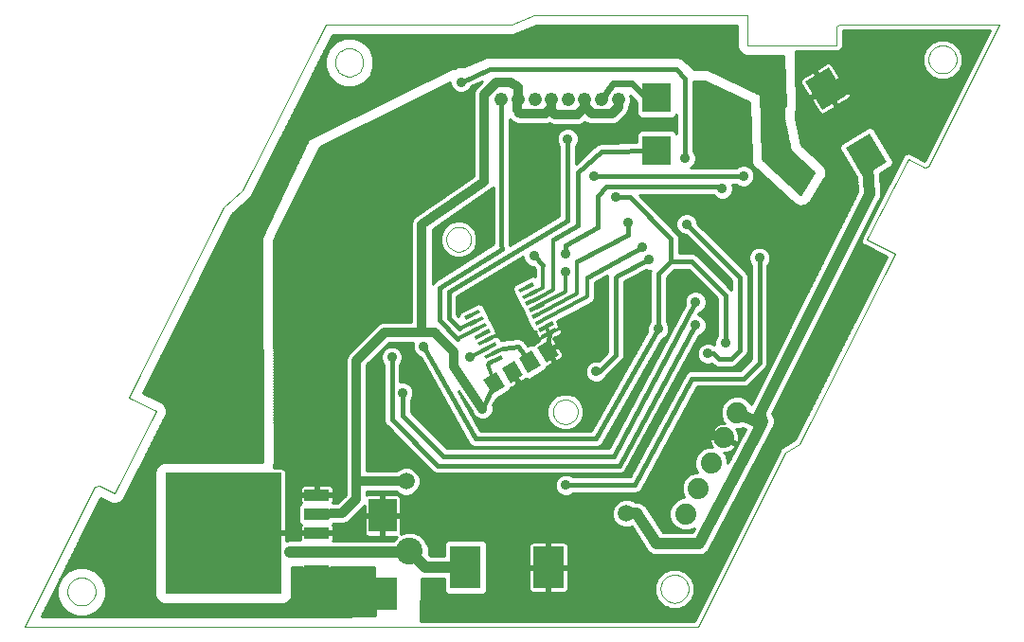
<source format=gtl>
G75*
%MOIN*%
%OFA0B0*%
%FSLAX24Y24*%
%IPPOS*%
%LPD*%
%AMOC8*
5,1,8,0,0,1.08239X$1,22.5*
%
%ADD10C,0.0000*%
%ADD11R,0.0563X0.0138*%
%ADD12R,0.0512X0.0630*%
%ADD13R,0.1181X0.0984*%
%ADD14R,0.0984X0.1181*%
%ADD15C,0.0476*%
%ADD16R,0.4098X0.4252*%
%ADD17R,0.0850X0.0420*%
%ADD18R,0.1102X0.1496*%
%ADD19C,0.0740*%
%ADD20R,0.1000X0.1000*%
%ADD21R,0.0512X0.0591*%
%ADD22C,0.0160*%
%ADD23C,0.0500*%
%ADD24C,0.0100*%
%ADD25C,0.0945*%
%ADD26C,0.0768*%
%ADD27C,0.0120*%
%ADD28C,0.0709*%
%ADD29C,0.0356*%
%ADD30C,0.0591*%
%ADD31C,0.0472*%
%ADD32C,0.0240*%
%ADD33C,0.0320*%
%ADD34C,0.0400*%
D10*
X001464Y000942D02*
X003925Y005873D01*
X004112Y005912D01*
X004642Y005647D01*
X006093Y008539D01*
X005142Y009018D01*
X008482Y015706D01*
X009141Y016296D01*
X012065Y022152D01*
X018610Y022152D01*
X019397Y022467D01*
X026907Y022467D01*
X026907Y021414D01*
X030047Y021414D01*
X030047Y022074D01*
X030145Y022152D01*
X035785Y022152D01*
X033275Y017133D01*
X033147Y017113D01*
X032557Y017408D01*
X031120Y014554D01*
X032097Y014066D01*
X028748Y007379D01*
X028236Y007064D01*
X025175Y000942D01*
X001464Y000942D01*
X002981Y002181D02*
X002983Y002225D01*
X002989Y002269D01*
X002999Y002312D01*
X003012Y002354D01*
X003030Y002394D01*
X003051Y002433D01*
X003075Y002470D01*
X003102Y002505D01*
X003133Y002537D01*
X003166Y002566D01*
X003202Y002592D01*
X003240Y002614D01*
X003280Y002633D01*
X003321Y002649D01*
X003364Y002661D01*
X003407Y002669D01*
X003451Y002673D01*
X003495Y002673D01*
X003539Y002669D01*
X003582Y002661D01*
X003625Y002649D01*
X003666Y002633D01*
X003706Y002614D01*
X003744Y002592D01*
X003780Y002566D01*
X003813Y002537D01*
X003844Y002505D01*
X003871Y002470D01*
X003895Y002433D01*
X003916Y002394D01*
X003934Y002354D01*
X003947Y002312D01*
X003957Y002269D01*
X003963Y002225D01*
X003965Y002181D01*
X003963Y002137D01*
X003957Y002093D01*
X003947Y002050D01*
X003934Y002008D01*
X003916Y001968D01*
X003895Y001929D01*
X003871Y001892D01*
X003844Y001857D01*
X003813Y001825D01*
X003780Y001796D01*
X003744Y001770D01*
X003706Y001748D01*
X003666Y001729D01*
X003625Y001713D01*
X003582Y001701D01*
X003539Y001693D01*
X003495Y001689D01*
X003451Y001689D01*
X003407Y001693D01*
X003364Y001701D01*
X003321Y001713D01*
X003280Y001729D01*
X003240Y001748D01*
X003202Y001770D01*
X003166Y001796D01*
X003133Y001825D01*
X003102Y001857D01*
X003075Y001892D01*
X003051Y001929D01*
X003030Y001968D01*
X003012Y002008D01*
X002999Y002050D01*
X002989Y002093D01*
X002983Y002137D01*
X002981Y002181D01*
X016313Y014581D02*
X016315Y014622D01*
X016321Y014663D01*
X016331Y014703D01*
X016344Y014742D01*
X016361Y014779D01*
X016382Y014815D01*
X016406Y014849D01*
X016433Y014880D01*
X016462Y014908D01*
X016495Y014934D01*
X016529Y014956D01*
X016566Y014975D01*
X016604Y014990D01*
X016644Y015002D01*
X016684Y015010D01*
X016725Y015014D01*
X016767Y015014D01*
X016808Y015010D01*
X016848Y015002D01*
X016888Y014990D01*
X016926Y014975D01*
X016962Y014956D01*
X016997Y014934D01*
X017030Y014908D01*
X017059Y014880D01*
X017086Y014849D01*
X017110Y014815D01*
X017131Y014779D01*
X017148Y014742D01*
X017161Y014703D01*
X017171Y014663D01*
X017177Y014622D01*
X017179Y014581D01*
X017177Y014540D01*
X017171Y014499D01*
X017161Y014459D01*
X017148Y014420D01*
X017131Y014383D01*
X017110Y014347D01*
X017086Y014313D01*
X017059Y014282D01*
X017030Y014254D01*
X016997Y014228D01*
X016963Y014206D01*
X016926Y014187D01*
X016888Y014172D01*
X016848Y014160D01*
X016808Y014152D01*
X016767Y014148D01*
X016725Y014148D01*
X016684Y014152D01*
X016644Y014160D01*
X016604Y014172D01*
X016566Y014187D01*
X016530Y014206D01*
X016495Y014228D01*
X016462Y014254D01*
X016433Y014282D01*
X016406Y014313D01*
X016382Y014347D01*
X016361Y014383D01*
X016344Y014420D01*
X016331Y014459D01*
X016321Y014499D01*
X016315Y014540D01*
X016313Y014581D01*
X020065Y008510D02*
X020067Y008551D01*
X020073Y008592D01*
X020083Y008632D01*
X020096Y008671D01*
X020113Y008708D01*
X020134Y008744D01*
X020158Y008778D01*
X020185Y008809D01*
X020214Y008837D01*
X020247Y008863D01*
X020281Y008885D01*
X020318Y008904D01*
X020356Y008919D01*
X020396Y008931D01*
X020436Y008939D01*
X020477Y008943D01*
X020519Y008943D01*
X020560Y008939D01*
X020600Y008931D01*
X020640Y008919D01*
X020678Y008904D01*
X020714Y008885D01*
X020749Y008863D01*
X020782Y008837D01*
X020811Y008809D01*
X020838Y008778D01*
X020862Y008744D01*
X020883Y008708D01*
X020900Y008671D01*
X020913Y008632D01*
X020923Y008592D01*
X020929Y008551D01*
X020931Y008510D01*
X020929Y008469D01*
X020923Y008428D01*
X020913Y008388D01*
X020900Y008349D01*
X020883Y008312D01*
X020862Y008276D01*
X020838Y008242D01*
X020811Y008211D01*
X020782Y008183D01*
X020749Y008157D01*
X020715Y008135D01*
X020678Y008116D01*
X020640Y008101D01*
X020600Y008089D01*
X020560Y008081D01*
X020519Y008077D01*
X020477Y008077D01*
X020436Y008081D01*
X020396Y008089D01*
X020356Y008101D01*
X020318Y008116D01*
X020282Y008135D01*
X020247Y008157D01*
X020214Y008183D01*
X020185Y008211D01*
X020158Y008242D01*
X020134Y008276D01*
X020113Y008312D01*
X020096Y008349D01*
X020083Y008388D01*
X020073Y008428D01*
X020067Y008469D01*
X020065Y008510D01*
X023850Y002278D02*
X023852Y002322D01*
X023858Y002366D01*
X023868Y002409D01*
X023881Y002451D01*
X023899Y002491D01*
X023920Y002530D01*
X023944Y002567D01*
X023971Y002602D01*
X024002Y002634D01*
X024035Y002663D01*
X024071Y002689D01*
X024109Y002711D01*
X024149Y002730D01*
X024190Y002746D01*
X024233Y002758D01*
X024276Y002766D01*
X024320Y002770D01*
X024364Y002770D01*
X024408Y002766D01*
X024451Y002758D01*
X024494Y002746D01*
X024535Y002730D01*
X024575Y002711D01*
X024613Y002689D01*
X024649Y002663D01*
X024682Y002634D01*
X024713Y002602D01*
X024740Y002567D01*
X024764Y002530D01*
X024785Y002491D01*
X024803Y002451D01*
X024816Y002409D01*
X024826Y002366D01*
X024832Y002322D01*
X024834Y002278D01*
X024832Y002234D01*
X024826Y002190D01*
X024816Y002147D01*
X024803Y002105D01*
X024785Y002065D01*
X024764Y002026D01*
X024740Y001989D01*
X024713Y001954D01*
X024682Y001922D01*
X024649Y001893D01*
X024613Y001867D01*
X024575Y001845D01*
X024535Y001826D01*
X024494Y001810D01*
X024451Y001798D01*
X024408Y001790D01*
X024364Y001786D01*
X024320Y001786D01*
X024276Y001790D01*
X024233Y001798D01*
X024190Y001810D01*
X024149Y001826D01*
X024109Y001845D01*
X024071Y001867D01*
X024035Y001893D01*
X024002Y001922D01*
X023971Y001954D01*
X023944Y001989D01*
X023920Y002026D01*
X023899Y002065D01*
X023881Y002105D01*
X023868Y002147D01*
X023858Y002190D01*
X023852Y002234D01*
X023850Y002278D01*
X012400Y020808D02*
X012402Y020852D01*
X012408Y020896D01*
X012418Y020939D01*
X012431Y020981D01*
X012449Y021021D01*
X012470Y021060D01*
X012494Y021097D01*
X012521Y021132D01*
X012552Y021164D01*
X012585Y021193D01*
X012621Y021219D01*
X012659Y021241D01*
X012699Y021260D01*
X012740Y021276D01*
X012783Y021288D01*
X012826Y021296D01*
X012870Y021300D01*
X012914Y021300D01*
X012958Y021296D01*
X013001Y021288D01*
X013044Y021276D01*
X013085Y021260D01*
X013125Y021241D01*
X013163Y021219D01*
X013199Y021193D01*
X013232Y021164D01*
X013263Y021132D01*
X013290Y021097D01*
X013314Y021060D01*
X013335Y021021D01*
X013353Y020981D01*
X013366Y020939D01*
X013376Y020896D01*
X013382Y020852D01*
X013384Y020808D01*
X013382Y020764D01*
X013376Y020720D01*
X013366Y020677D01*
X013353Y020635D01*
X013335Y020595D01*
X013314Y020556D01*
X013290Y020519D01*
X013263Y020484D01*
X013232Y020452D01*
X013199Y020423D01*
X013163Y020397D01*
X013125Y020375D01*
X013085Y020356D01*
X013044Y020340D01*
X013001Y020328D01*
X012958Y020320D01*
X012914Y020316D01*
X012870Y020316D01*
X012826Y020320D01*
X012783Y020328D01*
X012740Y020340D01*
X012699Y020356D01*
X012659Y020375D01*
X012621Y020397D01*
X012585Y020423D01*
X012552Y020452D01*
X012521Y020484D01*
X012494Y020519D01*
X012470Y020556D01*
X012449Y020595D01*
X012431Y020635D01*
X012418Y020677D01*
X012408Y020720D01*
X012402Y020764D01*
X012400Y020808D01*
X033280Y020913D02*
X033282Y020957D01*
X033288Y021001D01*
X033298Y021044D01*
X033311Y021086D01*
X033329Y021126D01*
X033350Y021165D01*
X033374Y021202D01*
X033401Y021237D01*
X033432Y021269D01*
X033465Y021298D01*
X033501Y021324D01*
X033539Y021346D01*
X033579Y021365D01*
X033620Y021381D01*
X033663Y021393D01*
X033706Y021401D01*
X033750Y021405D01*
X033794Y021405D01*
X033838Y021401D01*
X033881Y021393D01*
X033924Y021381D01*
X033965Y021365D01*
X034005Y021346D01*
X034043Y021324D01*
X034079Y021298D01*
X034112Y021269D01*
X034143Y021237D01*
X034170Y021202D01*
X034194Y021165D01*
X034215Y021126D01*
X034233Y021086D01*
X034246Y021044D01*
X034256Y021001D01*
X034262Y020957D01*
X034264Y020913D01*
X034262Y020869D01*
X034256Y020825D01*
X034246Y020782D01*
X034233Y020740D01*
X034215Y020700D01*
X034194Y020661D01*
X034170Y020624D01*
X034143Y020589D01*
X034112Y020557D01*
X034079Y020528D01*
X034043Y020502D01*
X034005Y020480D01*
X033965Y020461D01*
X033924Y020445D01*
X033881Y020433D01*
X033838Y020425D01*
X033794Y020421D01*
X033750Y020421D01*
X033706Y020425D01*
X033663Y020433D01*
X033620Y020445D01*
X033579Y020461D01*
X033539Y020480D01*
X033501Y020502D01*
X033465Y020528D01*
X033432Y020557D01*
X033401Y020589D01*
X033374Y020624D01*
X033350Y020661D01*
X033329Y020700D01*
X033311Y020740D01*
X033298Y020782D01*
X033288Y020825D01*
X033282Y020869D01*
X033280Y020913D01*
D11*
G36*
X019423Y011667D02*
X019925Y011918D01*
X019987Y011795D01*
X019485Y011544D01*
X019423Y011667D01*
G37*
G36*
X019308Y011896D02*
X019810Y012147D01*
X019872Y012024D01*
X019370Y011773D01*
X019308Y011896D01*
G37*
G36*
X019194Y012125D02*
X019696Y012376D01*
X019758Y012253D01*
X019256Y012002D01*
X019194Y012125D01*
G37*
G36*
X019079Y012354D02*
X019581Y012605D01*
X019643Y012482D01*
X019141Y012231D01*
X019079Y012354D01*
G37*
G36*
X018965Y012582D02*
X019467Y012833D01*
X019529Y012710D01*
X019027Y012459D01*
X018965Y012582D01*
G37*
G36*
X018850Y012811D02*
X019352Y013062D01*
X019414Y012939D01*
X018912Y012688D01*
X018850Y012811D01*
G37*
G36*
X016949Y011859D02*
X017451Y012110D01*
X017513Y011987D01*
X017011Y011736D01*
X016949Y011859D01*
G37*
G36*
X017064Y011630D02*
X017566Y011881D01*
X017628Y011758D01*
X017126Y011507D01*
X017064Y011630D01*
G37*
G36*
X017178Y011402D02*
X017680Y011653D01*
X017742Y011530D01*
X017240Y011279D01*
X017178Y011402D01*
G37*
G36*
X017293Y011173D02*
X017795Y011424D01*
X017857Y011301D01*
X017355Y011050D01*
X017293Y011173D01*
G37*
G36*
X017407Y010944D02*
X017909Y011195D01*
X017971Y011072D01*
X017469Y010821D01*
X017407Y010944D01*
G37*
G36*
X017522Y010715D02*
X018024Y010966D01*
X018086Y010843D01*
X017584Y010592D01*
X017522Y010715D01*
G37*
G36*
X017637Y010486D02*
X018139Y010737D01*
X018201Y010614D01*
X017699Y010363D01*
X017637Y010486D01*
G37*
G36*
X017751Y010257D02*
X018253Y010508D01*
X018315Y010385D01*
X017813Y010134D01*
X017751Y010257D01*
G37*
G36*
X019652Y011209D02*
X020154Y011460D01*
X020216Y011337D01*
X019714Y011086D01*
X019652Y011209D01*
G37*
G36*
X019537Y011438D02*
X020039Y011689D01*
X020101Y011566D01*
X019599Y011315D01*
X019537Y011438D01*
G37*
D12*
G36*
X020261Y010516D02*
X019826Y010248D01*
X019497Y010784D01*
X019932Y011052D01*
X020261Y010516D01*
G37*
G36*
X019623Y010125D02*
X019188Y009857D01*
X018859Y010393D01*
X019294Y010661D01*
X019623Y010125D01*
G37*
D13*
G36*
X030982Y016783D02*
X030366Y017788D01*
X031204Y018303D01*
X031820Y017298D01*
X030982Y016783D01*
G37*
G36*
X029542Y019133D02*
X028926Y020138D01*
X029764Y020653D01*
X030380Y019648D01*
X029542Y019133D01*
G37*
D14*
X014069Y004859D03*
X014069Y002103D03*
D15*
X018247Y019497D03*
X018838Y019497D03*
X019428Y019497D03*
X020019Y019497D03*
X020590Y019497D03*
X021180Y019497D03*
X021771Y019497D03*
X022361Y019497D03*
D16*
X008474Y004245D03*
D17*
X011754Y004245D03*
X011754Y004915D03*
X011754Y005585D03*
X011754Y003575D03*
X011754Y002905D03*
D18*
X016989Y003032D03*
X019902Y003032D03*
D19*
X024726Y004915D03*
X025180Y005806D03*
X025634Y006697D03*
X026088Y007588D03*
X026542Y008479D03*
D20*
X023722Y017713D03*
X023722Y019563D03*
D21*
G36*
X019003Y009788D02*
X018567Y009520D01*
X018259Y010022D01*
X018695Y010290D01*
X019003Y009788D01*
G37*
G36*
X018365Y009397D02*
X017929Y009129D01*
X017621Y009631D01*
X018057Y009899D01*
X018365Y009397D01*
G37*
D22*
X017993Y009514D02*
X017579Y008620D01*
X017329Y007557D02*
X015517Y010807D01*
X014392Y010432D02*
X014392Y008245D01*
X016017Y006620D01*
X022392Y006620D01*
X025079Y011557D01*
X025079Y012370D02*
X022204Y006932D01*
X016204Y006932D01*
X014767Y008370D01*
X014767Y009182D01*
X016704Y011057D02*
X016079Y011745D01*
X016079Y012870D01*
X018267Y014245D01*
X018247Y014389D01*
X018247Y019497D01*
X017829Y020557D02*
X016829Y020120D01*
X017829Y020557D02*
X024392Y020557D01*
X024704Y020245D01*
X024704Y017432D01*
X023722Y017713D02*
X021767Y017682D01*
X020954Y016932D01*
X020954Y015057D01*
X020079Y014557D01*
X020517Y014370D02*
X020517Y014057D01*
X020517Y014370D02*
X021642Y014995D01*
X021642Y016120D01*
X021954Y016432D01*
X025954Y016432D01*
X026017Y016370D01*
X026767Y016807D02*
X021517Y016807D01*
X022267Y016057D02*
X022767Y016057D01*
X024204Y014620D01*
X024204Y013870D01*
X024236Y013838D01*
X023767Y013370D01*
X023767Y011432D01*
X021579Y007557D01*
X017329Y007557D01*
X019241Y010259D02*
X018829Y010807D01*
X018329Y010745D01*
X019879Y010650D02*
X019934Y011273D01*
X021579Y009932D02*
X021704Y009932D01*
X022267Y010495D01*
X022267Y013245D01*
X022329Y013307D01*
X023454Y013870D01*
X023204Y014307D02*
X021267Y013245D01*
X020892Y013807D02*
X022704Y014745D01*
X022704Y015182D01*
X024236Y013838D02*
X024267Y013807D01*
X024954Y013807D01*
X026142Y012620D01*
X026142Y010932D01*
X026642Y010682D02*
X026327Y010367D01*
X025891Y010367D01*
X025701Y010557D01*
X025517Y010557D01*
X024954Y009682D02*
X026767Y009682D01*
X027329Y010245D01*
X027329Y013932D01*
X026642Y013245D02*
X026642Y010682D01*
X024954Y009682D02*
X022954Y005932D01*
X020517Y005932D01*
X024454Y006557D02*
X025204Y007620D01*
X026088Y007588D01*
X026642Y013245D02*
X024767Y015120D01*
X020579Y015245D02*
X020579Y018120D01*
X023336Y019563D02*
X023722Y019563D01*
X020579Y015245D02*
X016392Y012745D01*
X016392Y011807D01*
X016767Y011432D01*
X019392Y013995D02*
X019704Y013682D01*
X029653Y019893D02*
X029685Y020494D01*
D23*
X029653Y019893D02*
X032582Y020061D01*
X033256Y019136D01*
X027240Y020263D02*
X026927Y020263D01*
D24*
X026808Y019943D02*
X028206Y019943D01*
X028187Y019943D02*
X027365Y019943D01*
X027362Y020041D02*
X028187Y020041D01*
X028203Y020041D02*
X026604Y020041D01*
X026400Y020140D02*
X028200Y020140D01*
X028187Y020140D02*
X027359Y020140D01*
X027356Y020238D02*
X028187Y020238D01*
X028198Y020238D02*
X026195Y020238D01*
X025991Y020337D02*
X028195Y020337D01*
X028187Y020337D02*
X027352Y020337D01*
X027349Y020435D02*
X028187Y020435D01*
X028192Y020435D02*
X025787Y020435D01*
X025583Y020534D02*
X028189Y020534D01*
X028187Y020534D02*
X027346Y020534D01*
X027342Y020632D02*
X028187Y020632D01*
X028186Y020632D02*
X024953Y020632D01*
X024959Y020626D02*
X024773Y020812D01*
X024647Y020939D01*
X024481Y021007D01*
X017914Y021007D01*
X017910Y021009D01*
X017825Y021007D01*
X017740Y021007D01*
X017736Y021005D01*
X017731Y021005D01*
X017653Y020971D01*
X017575Y020939D01*
X017571Y020935D01*
X016949Y020663D01*
X016939Y020668D01*
X016720Y020668D01*
X016597Y020616D01*
X016494Y020617D01*
X011454Y018097D01*
X009802Y014628D01*
X009841Y006878D01*
X009835Y006741D01*
X006352Y006741D01*
X006216Y006685D01*
X006112Y006580D01*
X006055Y006444D01*
X006055Y002045D01*
X006112Y001909D01*
X006216Y001805D01*
X006352Y001749D01*
X010597Y001749D01*
X010733Y001805D01*
X010837Y001909D01*
X010867Y001981D01*
X013108Y002271D01*
X012963Y001312D01*
X002062Y001312D01*
X004144Y005483D01*
X004477Y005316D01*
X004542Y005283D01*
X004543Y005283D01*
X004616Y005278D01*
X004689Y005273D01*
X004689Y005273D01*
X004690Y005273D01*
X004759Y005296D01*
X004829Y005319D01*
X004829Y005319D01*
X004829Y005319D01*
X004884Y005367D01*
X004940Y005415D01*
X004940Y005416D01*
X004940Y005416D01*
X004973Y005481D01*
X006424Y008373D01*
X006457Y008439D01*
X006457Y008439D01*
X006457Y008439D01*
X006463Y008512D01*
X006468Y008586D01*
X006468Y008586D01*
X006468Y008586D01*
X006445Y008656D01*
X006422Y008726D01*
X006421Y008726D02*
X006373Y008782D01*
X006325Y008837D01*
X006259Y008870D01*
X005638Y009183D01*
X008782Y015477D01*
X009386Y016019D01*
X009440Y016065D01*
X009441Y016068D01*
X009443Y016070D01*
X009474Y016133D01*
X012294Y021782D01*
X018608Y021782D01*
X018679Y021782D01*
X018681Y021782D01*
X018684Y021782D01*
X018750Y021810D01*
X019469Y022097D01*
X026537Y022097D01*
X026537Y021341D01*
X026594Y021205D01*
X026698Y021101D01*
X026834Y021044D01*
X028174Y021044D01*
X028226Y019259D01*
X025512Y020568D01*
X025015Y020571D01*
X024959Y020626D01*
X024959Y020626D01*
X024855Y020731D02*
X028183Y020731D01*
X028187Y020731D02*
X027339Y020731D01*
X027336Y020829D02*
X028187Y020829D01*
X028180Y020829D02*
X024756Y020829D01*
X024773Y020812D02*
X024773Y020812D01*
X024658Y020928D02*
X028177Y020928D01*
X028187Y020928D02*
X027332Y020928D01*
X027329Y021026D02*
X028033Y021026D01*
X028175Y021026D02*
X013734Y021026D01*
X013754Y020979D02*
X013623Y021296D01*
X013380Y021539D01*
X013063Y021670D01*
X012720Y021670D01*
X012403Y021539D01*
X012161Y021296D01*
X012030Y020979D01*
X012030Y020636D01*
X012161Y020319D01*
X012403Y020077D01*
X012720Y019946D01*
X013063Y019946D01*
X013380Y020077D01*
X013623Y020319D01*
X013754Y020636D01*
X013754Y020979D01*
X013754Y020928D02*
X017554Y020928D01*
X017329Y020829D02*
X013754Y020829D01*
X013754Y020731D02*
X017103Y020731D01*
X016635Y020632D02*
X013752Y020632D01*
X013711Y020534D02*
X016327Y020534D01*
X016130Y020435D02*
X013671Y020435D01*
X013630Y020337D02*
X015933Y020337D01*
X015736Y020238D02*
X013541Y020238D01*
X013443Y020140D02*
X015539Y020140D01*
X015342Y020041D02*
X013294Y020041D01*
X012490Y020041D02*
X011424Y020041D01*
X011375Y019943D02*
X015145Y019943D01*
X014948Y019844D02*
X011326Y019844D01*
X011277Y019746D02*
X014751Y019746D01*
X014554Y019647D02*
X011228Y019647D01*
X011178Y019549D02*
X014357Y019549D01*
X014160Y019450D02*
X011129Y019450D01*
X011080Y019352D02*
X013963Y019352D01*
X013766Y019253D02*
X011031Y019253D01*
X010982Y019155D02*
X013569Y019155D01*
X013372Y019056D02*
X010933Y019056D01*
X010883Y018958D02*
X013175Y018958D01*
X012978Y018859D02*
X010834Y018859D01*
X010785Y018761D02*
X012781Y018761D01*
X012584Y018662D02*
X010736Y018662D01*
X010687Y018564D02*
X012387Y018564D01*
X012190Y018465D02*
X010638Y018465D01*
X010588Y018367D02*
X011993Y018367D01*
X011796Y018268D02*
X010539Y018268D01*
X010490Y018170D02*
X011599Y018170D01*
X011442Y018071D02*
X010441Y018071D01*
X010392Y017973D02*
X011395Y017973D01*
X011348Y017874D02*
X010343Y017874D01*
X010293Y017776D02*
X011301Y017776D01*
X011254Y017677D02*
X010244Y017677D01*
X010195Y017579D02*
X011207Y017579D01*
X011161Y017480D02*
X010146Y017480D01*
X010097Y017382D02*
X011114Y017382D01*
X011067Y017283D02*
X010048Y017283D01*
X009998Y017185D02*
X011020Y017185D01*
X010973Y017086D02*
X009949Y017086D01*
X009900Y016988D02*
X010926Y016988D01*
X010879Y016889D02*
X009851Y016889D01*
X009802Y016791D02*
X010832Y016791D01*
X010785Y016692D02*
X009753Y016692D01*
X009703Y016594D02*
X010738Y016594D01*
X010691Y016495D02*
X009654Y016495D01*
X009605Y016397D02*
X010644Y016397D01*
X010598Y016298D02*
X009556Y016298D01*
X009507Y016200D02*
X010551Y016200D01*
X010504Y016101D02*
X009458Y016101D01*
X009368Y016003D02*
X010457Y016003D01*
X010410Y015904D02*
X009258Y015904D01*
X009148Y015806D02*
X010363Y015806D01*
X010316Y015707D02*
X009038Y015707D01*
X008928Y015609D02*
X010269Y015609D01*
X010222Y015510D02*
X008818Y015510D01*
X008749Y015412D02*
X010175Y015412D01*
X010128Y015313D02*
X008700Y015313D01*
X008650Y015215D02*
X010082Y015215D01*
X010035Y015116D02*
X008601Y015116D01*
X008552Y015018D02*
X009988Y015018D01*
X009941Y014919D02*
X008503Y014919D01*
X008454Y014821D02*
X009894Y014821D01*
X009847Y014722D02*
X008404Y014722D01*
X008355Y014624D02*
X009802Y014624D01*
X009803Y014525D02*
X008306Y014525D01*
X008257Y014427D02*
X009803Y014427D01*
X009804Y014328D02*
X008208Y014328D01*
X008158Y014230D02*
X009804Y014230D01*
X009805Y014131D02*
X008109Y014131D01*
X008060Y014033D02*
X009805Y014033D01*
X009806Y013934D02*
X008011Y013934D01*
X007962Y013836D02*
X009806Y013836D01*
X009807Y013737D02*
X007913Y013737D01*
X007863Y013639D02*
X009807Y013639D01*
X009808Y013540D02*
X007814Y013540D01*
X007765Y013442D02*
X009808Y013442D01*
X009809Y013343D02*
X007716Y013343D01*
X007667Y013245D02*
X009809Y013245D01*
X009810Y013146D02*
X007617Y013146D01*
X007568Y013048D02*
X009810Y013048D01*
X009811Y012949D02*
X007519Y012949D01*
X007470Y012851D02*
X009811Y012851D01*
X009812Y012752D02*
X007421Y012752D01*
X007371Y012654D02*
X009812Y012654D01*
X009813Y012555D02*
X007322Y012555D01*
X007273Y012457D02*
X009813Y012457D01*
X009814Y012358D02*
X007224Y012358D01*
X007175Y012260D02*
X009814Y012260D01*
X009815Y012161D02*
X007125Y012161D01*
X007076Y012063D02*
X009815Y012063D01*
X009816Y011964D02*
X007027Y011964D01*
X006978Y011866D02*
X009816Y011866D01*
X009817Y011767D02*
X006929Y011767D01*
X006880Y011669D02*
X009817Y011669D01*
X009818Y011570D02*
X006830Y011570D01*
X006781Y011472D02*
X009818Y011472D01*
X009819Y011373D02*
X006732Y011373D01*
X006683Y011275D02*
X009819Y011275D01*
X009820Y011176D02*
X006634Y011176D01*
X006584Y011078D02*
X009820Y011078D01*
X009821Y010979D02*
X006535Y010979D01*
X006486Y010881D02*
X009821Y010881D01*
X009822Y010782D02*
X006437Y010782D01*
X006388Y010684D02*
X009822Y010684D01*
X009823Y010585D02*
X006338Y010585D01*
X006289Y010487D02*
X009823Y010487D01*
X009824Y010388D02*
X006240Y010388D01*
X006191Y010290D02*
X009824Y010290D01*
X009825Y010191D02*
X006142Y010191D01*
X006092Y010093D02*
X009825Y010093D01*
X009826Y009994D02*
X006043Y009994D01*
X005994Y009896D02*
X009826Y009896D01*
X009827Y009797D02*
X005945Y009797D01*
X005896Y009699D02*
X009827Y009699D01*
X009828Y009600D02*
X005847Y009600D01*
X005797Y009502D02*
X009828Y009502D01*
X009829Y009403D02*
X005748Y009403D01*
X005699Y009305D02*
X009829Y009305D01*
X009830Y009206D02*
X005650Y009206D01*
X005787Y009108D02*
X009830Y009108D01*
X009831Y009009D02*
X005983Y009009D01*
X006179Y008911D02*
X009831Y008911D01*
X009832Y008812D02*
X006347Y008812D01*
X006325Y008837D02*
X006325Y008837D01*
X006325Y008837D01*
X006421Y008726D02*
X006422Y008726D01*
X006422Y008726D01*
X006426Y008714D02*
X009832Y008714D01*
X009833Y008615D02*
X006458Y008615D01*
X006463Y008517D02*
X009833Y008517D01*
X009834Y008418D02*
X006447Y008418D01*
X006397Y008320D02*
X009834Y008320D01*
X009835Y008221D02*
X006348Y008221D01*
X006298Y008123D02*
X009835Y008123D01*
X009836Y008024D02*
X006249Y008024D01*
X006199Y007926D02*
X009836Y007926D01*
X009837Y007827D02*
X006150Y007827D01*
X006101Y007729D02*
X009837Y007729D01*
X009838Y007630D02*
X006051Y007630D01*
X006002Y007532D02*
X009838Y007532D01*
X009839Y007433D02*
X005952Y007433D01*
X005903Y007335D02*
X009839Y007335D01*
X009840Y007236D02*
X005854Y007236D01*
X005804Y007138D02*
X009840Y007138D01*
X009840Y007039D02*
X005755Y007039D01*
X005705Y006941D02*
X009841Y006941D01*
X009840Y006842D02*
X005656Y006842D01*
X005606Y006744D02*
X009835Y006744D01*
X010256Y006744D02*
X012772Y006744D01*
X012772Y006842D02*
X010261Y006842D01*
X010261Y006870D02*
X010262Y006797D01*
X010258Y006787D01*
X010246Y006521D01*
X010543Y006521D01*
X010582Y006511D01*
X010616Y006491D01*
X010644Y006463D01*
X010663Y006429D01*
X010674Y006391D01*
X010674Y004295D01*
X010150Y004295D01*
X010145Y004195D01*
X010674Y004195D01*
X010674Y003965D01*
X010735Y003990D01*
X011187Y003988D01*
X011179Y004015D01*
X011179Y004195D01*
X011704Y004195D01*
X011704Y004295D01*
X011179Y004295D01*
X011179Y004475D01*
X011190Y004513D01*
X011202Y004535D01*
X011119Y004618D01*
X011119Y005212D01*
X011202Y005295D01*
X011190Y005317D01*
X011179Y005355D01*
X011179Y005535D01*
X011704Y005535D01*
X011704Y005635D01*
X011179Y005635D01*
X011179Y005815D01*
X011190Y005853D01*
X011209Y005887D01*
X011237Y005915D01*
X011272Y005935D01*
X011310Y005945D01*
X011704Y005945D01*
X011704Y005635D01*
X011804Y005635D01*
X011804Y005945D01*
X012199Y005945D01*
X012237Y005935D01*
X012272Y005915D01*
X012299Y005887D01*
X012319Y005853D01*
X012329Y005815D01*
X012329Y005635D01*
X011804Y005635D01*
X011804Y005535D01*
X012329Y005535D01*
X012329Y005355D01*
X012319Y005317D01*
X012307Y005296D01*
X012486Y005299D01*
X012772Y005585D01*
X012772Y010381D01*
X012828Y010517D01*
X012932Y010621D01*
X013932Y011621D01*
X014068Y011677D01*
X015084Y011677D01*
X015084Y015081D01*
X015077Y015115D01*
X015084Y015154D01*
X015084Y015193D01*
X015098Y015225D01*
X015104Y015260D01*
X015126Y015293D01*
X015141Y015329D01*
X015166Y015354D01*
X015185Y015383D01*
X015217Y015405D01*
X015245Y015433D01*
X015277Y015447D01*
X017272Y016814D01*
X017272Y019756D01*
X017328Y019892D01*
X017559Y020122D01*
X017182Y019957D01*
X017159Y019900D01*
X017049Y019790D01*
X016907Y019731D01*
X016752Y019731D01*
X016610Y019790D01*
X016500Y019900D01*
X016441Y020042D01*
X016441Y020116D01*
X011888Y017822D01*
X010374Y014852D01*
X010223Y014534D01*
X010261Y006954D01*
X010265Y006944D01*
X010261Y006870D01*
X010264Y006941D02*
X012772Y006941D01*
X012772Y007039D02*
X010260Y007039D01*
X010260Y007138D02*
X012772Y007138D01*
X012772Y007236D02*
X010260Y007236D01*
X010259Y007335D02*
X012772Y007335D01*
X012772Y007433D02*
X010259Y007433D01*
X010258Y007532D02*
X012772Y007532D01*
X012772Y007630D02*
X010258Y007630D01*
X010257Y007729D02*
X012772Y007729D01*
X012772Y007827D02*
X010257Y007827D01*
X010256Y007926D02*
X012772Y007926D01*
X012772Y008024D02*
X010256Y008024D01*
X010255Y008123D02*
X012772Y008123D01*
X012772Y008221D02*
X010255Y008221D01*
X010254Y008320D02*
X012772Y008320D01*
X012772Y008418D02*
X010254Y008418D01*
X010253Y008517D02*
X012772Y008517D01*
X012772Y008615D02*
X010253Y008615D01*
X010252Y008714D02*
X012772Y008714D01*
X012772Y008812D02*
X010252Y008812D01*
X010251Y008911D02*
X012772Y008911D01*
X012772Y009009D02*
X010251Y009009D01*
X010250Y009108D02*
X012772Y009108D01*
X012772Y009206D02*
X010250Y009206D01*
X010249Y009305D02*
X012772Y009305D01*
X012772Y009403D02*
X010249Y009403D01*
X010248Y009502D02*
X012772Y009502D01*
X012772Y009600D02*
X010248Y009600D01*
X010247Y009699D02*
X012772Y009699D01*
X012772Y009797D02*
X010247Y009797D01*
X010246Y009896D02*
X012772Y009896D01*
X012772Y009994D02*
X010246Y009994D01*
X010245Y010093D02*
X012772Y010093D01*
X012772Y010191D02*
X010245Y010191D01*
X010244Y010290D02*
X012772Y010290D01*
X012775Y010388D02*
X010244Y010388D01*
X010243Y010487D02*
X012816Y010487D01*
X012897Y010585D02*
X010243Y010585D01*
X010242Y010684D02*
X012995Y010684D01*
X013094Y010782D02*
X010242Y010782D01*
X010241Y010881D02*
X013192Y010881D01*
X013291Y010979D02*
X010241Y010979D01*
X010240Y011078D02*
X013389Y011078D01*
X013488Y011176D02*
X010240Y011176D01*
X010239Y011275D02*
X013586Y011275D01*
X013685Y011373D02*
X010239Y011373D01*
X010238Y011472D02*
X013783Y011472D01*
X013882Y011570D02*
X010238Y011570D01*
X010237Y011669D02*
X014048Y011669D01*
X014295Y010937D02*
X015151Y010937D01*
X015129Y010884D01*
X015129Y010730D01*
X015188Y010587D01*
X015297Y010478D01*
X015390Y010440D01*
X017068Y007430D01*
X017084Y007393D01*
X017096Y007381D01*
X017104Y007365D01*
X017136Y007340D01*
X017165Y007311D01*
X017181Y007305D01*
X017195Y007294D01*
X017234Y007283D01*
X017272Y007267D01*
X017289Y007267D01*
X017306Y007262D01*
X017346Y007267D01*
X021562Y007267D01*
X021602Y007262D01*
X021619Y007267D01*
X021637Y007267D01*
X021674Y007282D01*
X021713Y007293D01*
X021727Y007304D01*
X021744Y007311D01*
X021772Y007340D01*
X021804Y007364D01*
X021813Y007380D01*
X021825Y007393D01*
X021841Y007430D01*
X023892Y011064D01*
X023987Y011103D01*
X024096Y011212D01*
X024155Y011355D01*
X024155Y011509D01*
X024096Y011652D01*
X024057Y011691D01*
X024057Y013249D01*
X024325Y013517D01*
X024834Y013517D01*
X025852Y012499D01*
X025852Y011191D01*
X025813Y011152D01*
X025754Y011009D01*
X025754Y010869D01*
X025737Y010886D01*
X025594Y010945D01*
X025440Y010945D01*
X025297Y010886D01*
X025188Y010777D01*
X025129Y010634D01*
X025129Y010480D01*
X025188Y010337D01*
X025297Y010228D01*
X025440Y010169D01*
X025594Y010169D01*
X025654Y010194D01*
X025727Y010121D01*
X025833Y010077D01*
X026385Y010077D01*
X026491Y010121D01*
X026573Y010203D01*
X026888Y010518D01*
X026932Y010624D01*
X026932Y013302D01*
X026888Y013409D01*
X026806Y013490D01*
X025155Y015142D01*
X025155Y015197D01*
X025096Y015339D01*
X024987Y015449D01*
X024844Y015508D01*
X024690Y015508D01*
X024547Y015449D01*
X024438Y015339D01*
X024379Y015197D01*
X024379Y015042D01*
X024438Y014900D01*
X024547Y014790D01*
X024690Y014731D01*
X024745Y014731D01*
X026352Y013124D01*
X026352Y012820D01*
X025200Y013971D01*
X025119Y014053D01*
X025012Y014097D01*
X024494Y014097D01*
X024494Y014677D01*
X024450Y014784D01*
X023092Y016142D01*
X025696Y016142D01*
X025797Y016040D01*
X025940Y015981D01*
X026094Y015981D01*
X026237Y016040D01*
X026346Y016150D01*
X026405Y016292D01*
X026405Y016447D01*
X026376Y016517D01*
X026508Y016517D01*
X026547Y016478D01*
X026690Y016419D01*
X026844Y016419D01*
X026987Y016478D01*
X027096Y016587D01*
X027155Y016730D01*
X027155Y016884D01*
X027096Y017027D01*
X026987Y017136D01*
X026844Y017195D01*
X026690Y017195D01*
X026547Y017136D01*
X026508Y017097D01*
X024910Y017097D01*
X024924Y017103D01*
X025034Y017212D01*
X025093Y017355D01*
X025093Y017509D01*
X025034Y017652D01*
X024994Y017691D01*
X024994Y020151D01*
X025415Y020148D01*
X026964Y019401D01*
X027029Y017461D01*
X027028Y017459D01*
X027032Y017377D01*
X027035Y017296D01*
X027036Y017294D01*
X027036Y017292D01*
X027070Y017218D01*
X027104Y017144D01*
X027105Y017142D01*
X027106Y017140D01*
X027166Y017085D01*
X027226Y017030D01*
X027228Y017029D01*
X028470Y015891D01*
X028494Y015858D01*
X028531Y015835D01*
X028564Y015805D01*
X028602Y015791D01*
X028636Y015770D01*
X028679Y015763D01*
X028721Y015748D01*
X028761Y015750D01*
X028801Y015743D01*
X028844Y015753D01*
X028888Y015755D01*
X028924Y015772D01*
X028963Y015781D01*
X028999Y015807D01*
X029039Y015826D01*
X029066Y015855D01*
X029099Y015879D01*
X029122Y015916D01*
X029152Y015949D01*
X029166Y015987D01*
X029587Y016665D01*
X029617Y016697D01*
X029631Y016736D01*
X029653Y016771D01*
X029660Y016813D01*
X029675Y016854D01*
X029673Y016895D01*
X029680Y016936D01*
X029670Y016978D01*
X029668Y017021D01*
X029651Y017058D01*
X029642Y017098D01*
X029616Y017133D01*
X029598Y017173D01*
X029568Y017201D01*
X029544Y017234D01*
X029507Y017257D01*
X028800Y017912D01*
X028607Y018849D01*
X028607Y019078D01*
X028612Y019093D01*
X028641Y019152D01*
X028642Y019170D01*
X028648Y019188D01*
X028646Y019253D01*
X028650Y019318D01*
X028644Y019336D01*
X028607Y020613D01*
X028607Y020990D01*
X028613Y021052D01*
X028607Y021073D01*
X028607Y021094D01*
X028592Y021131D01*
X028590Y021204D01*
X030134Y021204D01*
X030257Y021327D01*
X030257Y021942D01*
X035445Y021942D01*
X033148Y017348D01*
X032651Y017596D01*
X032574Y017635D01*
X032573Y017635D01*
X032491Y017608D01*
X032408Y017581D01*
X032408Y017580D01*
X032369Y017503D01*
X030971Y014726D01*
X030971Y014726D01*
X030932Y014648D01*
X030893Y014571D01*
X030893Y014570D01*
X030921Y014488D01*
X030948Y014406D01*
X030948Y014405D01*
X031026Y014366D01*
X031103Y014327D01*
X031103Y014328D01*
X031815Y013972D01*
X028587Y007526D01*
X028147Y007255D01*
X028087Y007236D01*
X028075Y007211D01*
X028052Y007197D01*
X028037Y007136D01*
X025045Y001152D01*
X015410Y001152D01*
X015441Y002642D01*
X015489Y002622D01*
X016227Y002622D01*
X016227Y002197D01*
X016350Y002074D01*
X017627Y002074D01*
X017750Y002197D01*
X017750Y003867D01*
X017627Y003990D01*
X016350Y003990D01*
X016227Y003867D01*
X016227Y003442D01*
X015740Y003442D01*
X015691Y003491D01*
X015691Y003730D01*
X015587Y003981D01*
X015395Y004173D01*
X015144Y004276D01*
X014873Y004276D01*
X014696Y004203D01*
X014701Y004211D01*
X014711Y004249D01*
X014711Y004809D01*
X014119Y004809D01*
X014119Y004909D01*
X014711Y004909D01*
X014711Y005469D01*
X014701Y005508D01*
X014681Y005542D01*
X014653Y005570D01*
X014619Y005590D01*
X014581Y005600D01*
X014119Y005600D01*
X014119Y004909D01*
X014019Y004909D01*
X014019Y004809D01*
X014119Y004809D01*
X014119Y004119D01*
X014568Y004119D01*
X014434Y003985D01*
X012321Y003985D01*
X012329Y004015D01*
X012329Y004195D01*
X011804Y004195D01*
X011804Y004295D01*
X012329Y004295D01*
X012329Y004475D01*
X012319Y004513D01*
X012306Y004535D01*
X012327Y004556D01*
X012646Y004562D01*
X012716Y004562D01*
X012719Y004563D01*
X012723Y004564D01*
X012787Y004592D01*
X012852Y004618D01*
X012854Y004621D01*
X012858Y004622D01*
X012906Y004673D01*
X013427Y005193D01*
X013427Y004909D01*
X014019Y004909D01*
X014019Y005600D01*
X013557Y005600D01*
X013519Y005590D01*
X013512Y005586D01*
X013512Y005687D01*
X014547Y005687D01*
X014606Y005629D01*
X014791Y005552D01*
X014992Y005552D01*
X015178Y005629D01*
X015320Y005771D01*
X015397Y005957D01*
X015397Y006158D01*
X015320Y006343D01*
X015178Y006485D01*
X014992Y006562D01*
X014791Y006562D01*
X014606Y006485D01*
X014547Y006427D01*
X013512Y006427D01*
X013512Y010154D01*
X014295Y010937D01*
X014239Y010881D02*
X015129Y010881D01*
X015129Y010782D02*
X014561Y010782D01*
X014612Y010761D02*
X014469Y010820D01*
X014315Y010820D01*
X014172Y010761D01*
X014063Y010652D01*
X014004Y010509D01*
X014004Y010355D01*
X014063Y010212D01*
X014102Y010173D01*
X014102Y008187D01*
X014146Y008080D01*
X014228Y007999D01*
X015853Y006374D01*
X015959Y006330D01*
X022377Y006330D01*
X022419Y006325D01*
X022434Y006330D01*
X022450Y006330D01*
X022489Y006346D01*
X022529Y006358D01*
X022542Y006368D01*
X022556Y006374D01*
X022586Y006404D01*
X022619Y006430D01*
X022627Y006444D01*
X022638Y006455D01*
X022654Y006494D01*
X025211Y011191D01*
X025299Y011228D01*
X025409Y011337D01*
X025468Y011480D01*
X025468Y011634D01*
X025409Y011777D01*
X025299Y011886D01*
X025178Y011936D01*
X025215Y012006D01*
X025299Y012040D01*
X025409Y012150D01*
X025468Y012292D01*
X025468Y012447D01*
X025409Y012589D01*
X025299Y012699D01*
X025157Y012758D01*
X025002Y012758D01*
X024860Y012699D01*
X024750Y012589D01*
X024691Y012447D01*
X024691Y012292D01*
X024700Y012272D01*
X022030Y007222D01*
X016325Y007222D01*
X015057Y008490D01*
X015057Y008923D01*
X015096Y008962D01*
X015155Y009105D01*
X015155Y009259D01*
X015096Y009402D01*
X014987Y009511D01*
X014844Y009570D01*
X014690Y009570D01*
X014682Y009567D01*
X014682Y010173D01*
X014721Y010212D01*
X014780Y010355D01*
X014780Y010509D01*
X014721Y010652D01*
X014612Y010761D01*
X014689Y010684D02*
X015148Y010684D01*
X015190Y010585D02*
X014749Y010585D01*
X014780Y010487D02*
X015289Y010487D01*
X015419Y010388D02*
X014780Y010388D01*
X014753Y010290D02*
X015474Y010290D01*
X015528Y010191D02*
X014700Y010191D01*
X014682Y010093D02*
X015583Y010093D01*
X015638Y009994D02*
X014682Y009994D01*
X014682Y009896D02*
X015693Y009896D01*
X015748Y009797D02*
X014682Y009797D01*
X014682Y009699D02*
X015803Y009699D01*
X015858Y009600D02*
X014682Y009600D01*
X014996Y009502D02*
X015913Y009502D01*
X015968Y009403D02*
X015095Y009403D01*
X015136Y009305D02*
X016023Y009305D01*
X016078Y009206D02*
X015155Y009206D01*
X015155Y009108D02*
X016133Y009108D01*
X016188Y009009D02*
X015115Y009009D01*
X015057Y008911D02*
X016243Y008911D01*
X016298Y008812D02*
X015057Y008812D01*
X015057Y008714D02*
X016352Y008714D01*
X016407Y008615D02*
X015057Y008615D01*
X015057Y008517D02*
X016462Y008517D01*
X016517Y008418D02*
X015129Y008418D01*
X015227Y008320D02*
X016572Y008320D01*
X016627Y008221D02*
X015326Y008221D01*
X015424Y008123D02*
X016682Y008123D01*
X016737Y008024D02*
X015523Y008024D01*
X015621Y007926D02*
X016792Y007926D01*
X016847Y007827D02*
X015720Y007827D01*
X015818Y007729D02*
X016902Y007729D01*
X016957Y007630D02*
X015917Y007630D01*
X016015Y007532D02*
X017012Y007532D01*
X017067Y007433D02*
X016114Y007433D01*
X016212Y007335D02*
X017142Y007335D01*
X017500Y007847D02*
X016732Y009223D01*
X017200Y008522D01*
X017250Y008400D01*
X017360Y008290D01*
X017502Y008231D01*
X017657Y008231D01*
X017799Y008290D01*
X017909Y008400D01*
X017968Y008542D01*
X017968Y008697D01*
X017952Y008734D01*
X018057Y008961D01*
X018549Y009263D01*
X018575Y009370D01*
X018590Y009370D01*
X018628Y009381D01*
X018821Y009499D01*
X018614Y009836D01*
X018699Y009889D01*
X018906Y009552D01*
X019090Y009664D01*
X019223Y009633D01*
X019808Y009991D01*
X019833Y010098D01*
X019849Y010098D01*
X019887Y010110D01*
X020079Y010228D01*
X019862Y010581D01*
X019947Y010634D01*
X019895Y010719D01*
X020199Y010905D01*
X020079Y011101D01*
X020301Y011213D01*
X020331Y011239D01*
X020353Y011272D01*
X020365Y011309D01*
X020368Y011349D01*
X020360Y011387D01*
X020320Y011467D01*
X020280Y011546D01*
X020254Y011575D01*
X020253Y011576D01*
X020253Y011577D01*
X020245Y011616D01*
X020207Y011691D01*
X021382Y012312D01*
X021420Y012328D01*
X021429Y012337D01*
X021441Y012343D01*
X021467Y012375D01*
X021496Y012404D01*
X021501Y012416D01*
X021509Y012426D01*
X021521Y012465D01*
X021537Y012503D01*
X021537Y012516D01*
X021541Y012529D01*
X021537Y012570D01*
X021537Y013062D01*
X021977Y013303D01*
X021977Y013302D01*
X021977Y010615D01*
X021675Y010313D01*
X021657Y010320D01*
X021502Y010320D01*
X021360Y010261D01*
X021250Y010152D01*
X021191Y010009D01*
X021191Y009855D01*
X021250Y009712D01*
X021360Y009603D01*
X021502Y009544D01*
X021657Y009544D01*
X021799Y009603D01*
X021909Y009712D01*
X021918Y009736D01*
X021950Y009768D01*
X022513Y010330D01*
X022557Y010437D01*
X022557Y013097D01*
X023350Y013493D01*
X023377Y013481D01*
X023499Y013481D01*
X023477Y013427D01*
X023477Y011691D01*
X023438Y011652D01*
X023379Y011509D01*
X023379Y011355D01*
X023384Y011343D01*
X021410Y007847D01*
X017500Y007847D01*
X017456Y007926D02*
X020228Y007926D01*
X020134Y007964D02*
X020370Y007866D01*
X020626Y007866D01*
X020862Y007964D01*
X021043Y008145D01*
X021141Y008382D01*
X021141Y008637D01*
X021043Y008874D01*
X020862Y009055D01*
X020626Y009153D01*
X020370Y009153D01*
X020134Y009055D01*
X019953Y008874D01*
X019855Y008637D01*
X019855Y008382D01*
X019953Y008145D01*
X020134Y007964D01*
X020074Y008024D02*
X017401Y008024D01*
X017346Y008123D02*
X019976Y008123D01*
X019922Y008221D02*
X017291Y008221D01*
X017331Y008320D02*
X017236Y008320D01*
X017243Y008418D02*
X017181Y008418D01*
X017202Y008517D02*
X017126Y008517D01*
X017138Y008615D02*
X017071Y008615D01*
X017072Y008714D02*
X017017Y008714D01*
X017006Y008812D02*
X016962Y008812D01*
X016941Y008911D02*
X016907Y008911D01*
X016875Y009009D02*
X016852Y009009D01*
X016809Y009108D02*
X016797Y009108D01*
X016744Y009206D02*
X016742Y009206D01*
X017988Y008812D02*
X019927Y008812D01*
X019887Y008714D02*
X017961Y008714D01*
X017968Y008615D02*
X019855Y008615D01*
X019855Y008517D02*
X017957Y008517D01*
X017916Y008418D02*
X019855Y008418D01*
X019881Y008320D02*
X017828Y008320D01*
X018033Y008911D02*
X019990Y008911D01*
X020088Y009009D02*
X018135Y009009D01*
X018296Y009108D02*
X020261Y009108D01*
X020735Y009108D02*
X022122Y009108D01*
X022177Y009206D02*
X018457Y009206D01*
X018559Y009305D02*
X022233Y009305D01*
X022289Y009403D02*
X018664Y009403D01*
X018819Y009502D02*
X022344Y009502D01*
X022400Y009600D02*
X021792Y009600D01*
X021895Y009699D02*
X022455Y009699D01*
X022511Y009797D02*
X021980Y009797D01*
X022078Y009896D02*
X022567Y009896D01*
X022622Y009994D02*
X022177Y009994D01*
X022275Y010093D02*
X022678Y010093D01*
X022733Y010191D02*
X022374Y010191D01*
X022472Y010290D02*
X022789Y010290D01*
X022845Y010388D02*
X022537Y010388D01*
X022557Y010487D02*
X022900Y010487D01*
X022956Y010585D02*
X022557Y010585D01*
X022557Y010684D02*
X023011Y010684D01*
X023067Y010782D02*
X022557Y010782D01*
X022557Y010881D02*
X023123Y010881D01*
X023178Y010979D02*
X022557Y010979D01*
X022557Y011078D02*
X023234Y011078D01*
X023289Y011176D02*
X022557Y011176D01*
X022557Y011275D02*
X023345Y011275D01*
X023379Y011373D02*
X022557Y011373D01*
X022557Y011472D02*
X023379Y011472D01*
X023404Y011570D02*
X022557Y011570D01*
X022557Y011669D02*
X023455Y011669D01*
X023477Y011767D02*
X022557Y011767D01*
X022557Y011866D02*
X023477Y011866D01*
X023477Y011964D02*
X022557Y011964D01*
X022557Y012063D02*
X023477Y012063D01*
X023477Y012161D02*
X022557Y012161D01*
X022557Y012260D02*
X023477Y012260D01*
X023477Y012358D02*
X022557Y012358D01*
X022557Y012457D02*
X023477Y012457D01*
X023477Y012555D02*
X022557Y012555D01*
X022557Y012654D02*
X023477Y012654D01*
X023477Y012752D02*
X022557Y012752D01*
X022557Y012851D02*
X023477Y012851D01*
X023477Y012949D02*
X022557Y012949D01*
X022557Y013048D02*
X023477Y013048D01*
X023477Y013146D02*
X022656Y013146D01*
X022853Y013245D02*
X023477Y013245D01*
X023477Y013343D02*
X023050Y013343D01*
X023247Y013442D02*
X023483Y013442D01*
X024057Y013245D02*
X025107Y013245D01*
X025008Y013343D02*
X024151Y013343D01*
X024249Y013442D02*
X024910Y013442D01*
X025205Y013146D02*
X024057Y013146D01*
X024057Y013048D02*
X025304Y013048D01*
X025402Y012949D02*
X024057Y012949D01*
X024057Y012851D02*
X025501Y012851D01*
X025599Y012752D02*
X025170Y012752D01*
X024989Y012752D02*
X024057Y012752D01*
X024057Y012654D02*
X024815Y012654D01*
X024736Y012555D02*
X024057Y012555D01*
X024057Y012457D02*
X024695Y012457D01*
X024691Y012358D02*
X024057Y012358D01*
X024057Y012260D02*
X024693Y012260D01*
X024641Y012161D02*
X024057Y012161D01*
X024057Y012063D02*
X024589Y012063D01*
X024537Y011964D02*
X024057Y011964D01*
X024057Y011866D02*
X024485Y011866D01*
X024433Y011767D02*
X024057Y011767D01*
X024079Y011669D02*
X024381Y011669D01*
X024329Y011570D02*
X024130Y011570D01*
X024155Y011472D02*
X024277Y011472D01*
X024225Y011373D02*
X024155Y011373D01*
X024172Y011275D02*
X024122Y011275D01*
X024120Y011176D02*
X024060Y011176D01*
X024068Y011078D02*
X023925Y011078D01*
X023844Y010979D02*
X024016Y010979D01*
X023964Y010881D02*
X023789Y010881D01*
X023733Y010782D02*
X023912Y010782D01*
X023860Y010684D02*
X023677Y010684D01*
X023622Y010585D02*
X023808Y010585D01*
X023756Y010487D02*
X023566Y010487D01*
X023511Y010388D02*
X023704Y010388D01*
X023652Y010290D02*
X023455Y010290D01*
X023399Y010191D02*
X023600Y010191D01*
X023548Y010093D02*
X023344Y010093D01*
X023288Y009994D02*
X023495Y009994D01*
X023443Y009896D02*
X023233Y009896D01*
X023177Y009797D02*
X023391Y009797D01*
X023339Y009699D02*
X023121Y009699D01*
X023066Y009600D02*
X023287Y009600D01*
X023235Y009502D02*
X023010Y009502D01*
X022955Y009403D02*
X023183Y009403D01*
X023131Y009305D02*
X022899Y009305D01*
X022843Y009206D02*
X023079Y009206D01*
X023027Y009108D02*
X022788Y009108D01*
X022732Y009009D02*
X022975Y009009D01*
X022923Y008911D02*
X022677Y008911D01*
X022621Y008812D02*
X022870Y008812D01*
X022818Y008714D02*
X022565Y008714D01*
X022510Y008615D02*
X022766Y008615D01*
X022714Y008517D02*
X022454Y008517D01*
X022399Y008418D02*
X022662Y008418D01*
X022610Y008320D02*
X022343Y008320D01*
X022287Y008221D02*
X022558Y008221D01*
X022506Y008123D02*
X022232Y008123D01*
X022176Y008024D02*
X022454Y008024D01*
X022402Y007926D02*
X022121Y007926D01*
X022065Y007827D02*
X022350Y007827D01*
X022298Y007729D02*
X022009Y007729D01*
X021954Y007630D02*
X022246Y007630D01*
X022193Y007532D02*
X021898Y007532D01*
X021843Y007433D02*
X022141Y007433D01*
X022089Y007335D02*
X021767Y007335D01*
X022037Y007236D02*
X016311Y007236D01*
X015581Y006645D02*
X013512Y006645D01*
X013512Y006547D02*
X014753Y006547D01*
X014568Y006448D02*
X013512Y006448D01*
X013512Y006744D02*
X015483Y006744D01*
X015384Y006842D02*
X013512Y006842D01*
X013512Y006941D02*
X015286Y006941D01*
X015187Y007039D02*
X013512Y007039D01*
X013512Y007138D02*
X015089Y007138D01*
X014990Y007236D02*
X013512Y007236D01*
X013512Y007335D02*
X014892Y007335D01*
X014793Y007433D02*
X013512Y007433D01*
X013512Y007532D02*
X014695Y007532D01*
X014596Y007630D02*
X013512Y007630D01*
X013512Y007729D02*
X014498Y007729D01*
X014399Y007827D02*
X013512Y007827D01*
X013512Y007926D02*
X014301Y007926D01*
X014202Y008024D02*
X013512Y008024D01*
X013512Y008123D02*
X014129Y008123D01*
X014102Y008221D02*
X013512Y008221D01*
X013512Y008320D02*
X014102Y008320D01*
X014102Y008418D02*
X013512Y008418D01*
X013512Y008517D02*
X014102Y008517D01*
X014102Y008615D02*
X013512Y008615D01*
X013512Y008714D02*
X014102Y008714D01*
X014102Y008812D02*
X013512Y008812D01*
X013512Y008911D02*
X014102Y008911D01*
X014102Y009009D02*
X013512Y009009D01*
X013512Y009108D02*
X014102Y009108D01*
X014102Y009206D02*
X013512Y009206D01*
X013512Y009305D02*
X014102Y009305D01*
X014102Y009403D02*
X013512Y009403D01*
X013512Y009502D02*
X014102Y009502D01*
X014102Y009600D02*
X013512Y009600D01*
X013512Y009699D02*
X014102Y009699D01*
X014102Y009797D02*
X013512Y009797D01*
X013512Y009896D02*
X014102Y009896D01*
X014102Y009994D02*
X013512Y009994D01*
X013512Y010093D02*
X014102Y010093D01*
X014084Y010191D02*
X013549Y010191D01*
X013648Y010290D02*
X014031Y010290D01*
X014004Y010388D02*
X013746Y010388D01*
X013845Y010487D02*
X014004Y010487D01*
X014035Y010585D02*
X013943Y010585D01*
X014042Y010684D02*
X014095Y010684D01*
X014140Y010782D02*
X014223Y010782D01*
X015084Y011767D02*
X010237Y011767D01*
X010236Y011866D02*
X015084Y011866D01*
X015084Y011964D02*
X010236Y011964D01*
X010235Y012063D02*
X015084Y012063D01*
X015084Y012161D02*
X010235Y012161D01*
X010234Y012260D02*
X015084Y012260D01*
X015084Y012358D02*
X010234Y012358D01*
X010233Y012457D02*
X015084Y012457D01*
X015084Y012555D02*
X010233Y012555D01*
X010232Y012654D02*
X015084Y012654D01*
X015084Y012752D02*
X010232Y012752D01*
X010231Y012851D02*
X015084Y012851D01*
X015084Y012949D02*
X010231Y012949D01*
X010230Y013048D02*
X015084Y013048D01*
X015084Y013146D02*
X010230Y013146D01*
X010229Y013245D02*
X015084Y013245D01*
X015084Y013343D02*
X010229Y013343D01*
X010228Y013442D02*
X015084Y013442D01*
X015084Y013540D02*
X010228Y013540D01*
X010227Y013639D02*
X015084Y013639D01*
X015084Y013737D02*
X010227Y013737D01*
X010226Y013836D02*
X015084Y013836D01*
X015084Y013934D02*
X010226Y013934D01*
X010225Y014033D02*
X015084Y014033D01*
X015084Y014131D02*
X010225Y014131D01*
X010224Y014230D02*
X015084Y014230D01*
X015084Y014328D02*
X010224Y014328D01*
X010223Y014427D02*
X015084Y014427D01*
X015084Y014525D02*
X010223Y014525D01*
X010265Y014624D02*
X015084Y014624D01*
X015084Y014722D02*
X010312Y014722D01*
X010359Y014821D02*
X015084Y014821D01*
X015084Y014919D02*
X010408Y014919D01*
X010458Y015018D02*
X015084Y015018D01*
X015077Y015116D02*
X010509Y015116D01*
X010559Y015215D02*
X015093Y015215D01*
X015134Y015313D02*
X010609Y015313D01*
X010659Y015412D02*
X015223Y015412D01*
X015370Y015510D02*
X010709Y015510D01*
X010760Y015609D02*
X015513Y015609D01*
X015657Y015707D02*
X010810Y015707D01*
X010860Y015806D02*
X015801Y015806D01*
X015944Y015904D02*
X010910Y015904D01*
X010960Y016003D02*
X016088Y016003D01*
X016232Y016101D02*
X011011Y016101D01*
X011061Y016200D02*
X016375Y016200D01*
X016519Y016298D02*
X011111Y016298D01*
X011161Y016397D02*
X016663Y016397D01*
X016806Y016495D02*
X011211Y016495D01*
X011262Y016594D02*
X016950Y016594D01*
X017094Y016692D02*
X011312Y016692D01*
X011362Y016791D02*
X017237Y016791D01*
X017272Y016889D02*
X011412Y016889D01*
X011462Y016988D02*
X017272Y016988D01*
X017272Y017086D02*
X011513Y017086D01*
X011563Y017185D02*
X017272Y017185D01*
X017272Y017283D02*
X011613Y017283D01*
X011663Y017382D02*
X017272Y017382D01*
X017272Y017480D02*
X011713Y017480D01*
X011764Y017579D02*
X017272Y017579D01*
X017272Y017677D02*
X011814Y017677D01*
X011864Y017776D02*
X017272Y017776D01*
X017272Y017874D02*
X011991Y017874D01*
X012187Y017973D02*
X017272Y017973D01*
X017272Y018071D02*
X012382Y018071D01*
X012578Y018170D02*
X017272Y018170D01*
X017272Y018268D02*
X012773Y018268D01*
X012969Y018367D02*
X017272Y018367D01*
X017272Y018465D02*
X013165Y018465D01*
X013360Y018564D02*
X017272Y018564D01*
X017272Y018662D02*
X013556Y018662D01*
X013751Y018761D02*
X017272Y018761D01*
X017272Y018859D02*
X013947Y018859D01*
X014142Y018958D02*
X017272Y018958D01*
X017272Y019056D02*
X014338Y019056D01*
X014533Y019155D02*
X017272Y019155D01*
X017272Y019253D02*
X014729Y019253D01*
X014924Y019352D02*
X017272Y019352D01*
X017272Y019450D02*
X015120Y019450D01*
X015315Y019549D02*
X017272Y019549D01*
X017272Y019647D02*
X015511Y019647D01*
X015706Y019746D02*
X016718Y019746D01*
X016556Y019844D02*
X015902Y019844D01*
X016097Y019943D02*
X016483Y019943D01*
X016442Y020041D02*
X016293Y020041D01*
X016941Y019746D02*
X017272Y019746D01*
X017309Y019844D02*
X017103Y019844D01*
X017176Y019943D02*
X017379Y019943D01*
X017374Y020041D02*
X017478Y020041D01*
X018537Y018796D02*
X018610Y018723D01*
X018731Y018673D01*
X018755Y018673D01*
X018851Y018633D01*
X019875Y018633D01*
X019933Y018657D01*
X020062Y018603D01*
X020997Y018603D01*
X021133Y018660D01*
X021189Y018716D01*
X021225Y018679D01*
X021361Y018623D01*
X022197Y018623D01*
X022333Y018679D01*
X022437Y018783D01*
X022675Y019021D01*
X022731Y019157D01*
X022731Y019234D01*
X022741Y019244D01*
X022809Y019408D01*
X022809Y019586D01*
X022783Y019648D01*
X023012Y019420D01*
X023012Y018976D01*
X023135Y018853D01*
X024309Y018853D01*
X024414Y018958D01*
X024414Y018958D01*
X024414Y018317D01*
X024309Y018423D01*
X023135Y018423D01*
X023012Y018300D01*
X023012Y017992D01*
X021771Y017972D01*
X021721Y017974D01*
X021713Y017971D01*
X021705Y017971D01*
X021659Y017951D01*
X021613Y017934D01*
X021607Y017929D01*
X021599Y017925D01*
X021564Y017890D01*
X020869Y017248D01*
X020869Y017861D01*
X020909Y017900D01*
X020968Y018042D01*
X020968Y018197D01*
X020909Y018339D01*
X020799Y018449D01*
X020657Y018508D01*
X020502Y018508D01*
X020360Y018449D01*
X020250Y018339D01*
X020191Y018197D01*
X020191Y018042D01*
X020250Y017900D01*
X020289Y017861D01*
X020289Y015409D01*
X018543Y014366D01*
X018537Y014409D01*
X018537Y018796D01*
X018537Y018761D02*
X018573Y018761D01*
X018537Y018662D02*
X018781Y018662D01*
X018537Y018564D02*
X024414Y018564D01*
X024414Y018662D02*
X022292Y018662D01*
X022415Y018761D02*
X024414Y018761D01*
X024414Y018859D02*
X024315Y018859D01*
X024414Y018465D02*
X020759Y018465D01*
X020881Y018367D02*
X023079Y018367D01*
X023012Y018268D02*
X020938Y018268D01*
X020968Y018170D02*
X023012Y018170D01*
X023012Y018071D02*
X020968Y018071D01*
X020939Y017973D02*
X021717Y017973D01*
X021759Y017973D02*
X021799Y017973D01*
X021547Y017874D02*
X020883Y017874D01*
X020869Y017776D02*
X021441Y017776D01*
X021334Y017677D02*
X020869Y017677D01*
X020869Y017579D02*
X021227Y017579D01*
X021121Y017480D02*
X020869Y017480D01*
X020869Y017382D02*
X021014Y017382D01*
X020907Y017283D02*
X020869Y017283D01*
X020289Y017283D02*
X018537Y017283D01*
X018537Y017185D02*
X020289Y017185D01*
X020289Y017086D02*
X018537Y017086D01*
X018537Y016988D02*
X020289Y016988D01*
X020289Y016889D02*
X018537Y016889D01*
X018537Y016791D02*
X020289Y016791D01*
X020289Y016692D02*
X018537Y016692D01*
X018537Y016594D02*
X020289Y016594D01*
X020289Y016495D02*
X018537Y016495D01*
X018537Y016397D02*
X020289Y016397D01*
X020289Y016298D02*
X018537Y016298D01*
X018537Y016200D02*
X020289Y016200D01*
X020289Y016101D02*
X018537Y016101D01*
X018537Y016003D02*
X020289Y016003D01*
X020289Y015904D02*
X018537Y015904D01*
X018537Y015806D02*
X020289Y015806D01*
X020289Y015707D02*
X018537Y015707D01*
X018537Y015609D02*
X020289Y015609D01*
X020289Y015510D02*
X018537Y015510D01*
X018537Y015412D02*
X020289Y015412D01*
X020129Y015313D02*
X018537Y015313D01*
X018537Y015215D02*
X019964Y015215D01*
X019799Y015116D02*
X018537Y015116D01*
X018537Y015018D02*
X019634Y015018D01*
X019469Y014919D02*
X018537Y014919D01*
X018537Y014821D02*
X019304Y014821D01*
X019139Y014722D02*
X018537Y014722D01*
X018537Y014624D02*
X018974Y014624D01*
X018809Y014525D02*
X018537Y014525D01*
X018537Y014427D02*
X018644Y014427D01*
X017957Y014427D02*
X017952Y014407D01*
X017954Y014390D01*
X015946Y013128D01*
X015915Y013115D01*
X015898Y013098D01*
X015876Y013084D01*
X015857Y013057D01*
X015834Y013034D01*
X015824Y013012D01*
X015824Y014925D01*
X017819Y016292D01*
X017852Y016306D01*
X017879Y016334D01*
X017912Y016356D01*
X017931Y016385D01*
X017956Y016410D01*
X017957Y016413D01*
X017957Y014427D01*
X017378Y014427D01*
X017389Y014453D02*
X017291Y014217D01*
X017110Y014036D01*
X016874Y013938D01*
X016618Y013938D01*
X016381Y014036D01*
X016200Y014217D01*
X016103Y014453D01*
X016103Y014709D01*
X016200Y014945D01*
X016381Y015126D01*
X016618Y015224D01*
X016874Y015224D01*
X017110Y015126D01*
X017291Y014945D01*
X017389Y014709D01*
X017389Y014453D01*
X017389Y014525D02*
X017957Y014525D01*
X017957Y014624D02*
X017389Y014624D01*
X017383Y014722D02*
X017957Y014722D01*
X017957Y014821D02*
X017342Y014821D01*
X017302Y014919D02*
X017957Y014919D01*
X017957Y015018D02*
X017218Y015018D01*
X017120Y015116D02*
X017957Y015116D01*
X017957Y015215D02*
X016896Y015215D01*
X016595Y015215D02*
X016247Y015215D01*
X016371Y015116D02*
X016104Y015116D01*
X015960Y015018D02*
X016273Y015018D01*
X016190Y014919D02*
X015824Y014919D01*
X015824Y014821D02*
X016149Y014821D01*
X016108Y014722D02*
X015824Y014722D01*
X015824Y014624D02*
X016103Y014624D01*
X016103Y014525D02*
X015824Y014525D01*
X015824Y014427D02*
X016114Y014427D01*
X016154Y014328D02*
X015824Y014328D01*
X015824Y014230D02*
X016195Y014230D01*
X016286Y014131D02*
X015824Y014131D01*
X015824Y014033D02*
X016389Y014033D01*
X016601Y013540D02*
X015824Y013540D01*
X015824Y013442D02*
X016445Y013442D01*
X016288Y013343D02*
X015824Y013343D01*
X015824Y013245D02*
X016131Y013245D01*
X015974Y013146D02*
X015824Y013146D01*
X015824Y013048D02*
X015847Y013048D01*
X015824Y013639D02*
X016758Y013639D01*
X016915Y013737D02*
X015824Y013737D01*
X015824Y013836D02*
X017071Y013836D01*
X017228Y013934D02*
X015824Y013934D01*
X017102Y014033D02*
X017385Y014033D01*
X017542Y014131D02*
X017205Y014131D01*
X017296Y014230D02*
X017698Y014230D01*
X017855Y014328D02*
X017337Y014328D01*
X018125Y013442D02*
X019434Y013442D01*
X019434Y013540D02*
X018290Y013540D01*
X018455Y013639D02*
X019237Y013639D01*
X019172Y013665D02*
X019315Y013606D01*
X019370Y013606D01*
X019434Y013542D01*
X019434Y013257D01*
X019337Y013290D01*
X018678Y012960D01*
X018623Y012794D01*
X018762Y012516D01*
X018762Y012516D01*
X018877Y012287D01*
X018991Y012058D01*
X018991Y012058D01*
X019106Y011829D01*
X019221Y011600D01*
X019335Y011372D01*
X019416Y011345D01*
X019434Y011309D01*
X019473Y011230D01*
X019500Y011200D01*
X019501Y011199D01*
X019501Y011198D01*
X019509Y011159D01*
X019548Y011080D01*
X019582Y011013D01*
X019401Y010903D01*
X019374Y010874D01*
X019366Y010860D01*
X019259Y010886D01*
X019173Y010833D01*
X019072Y010966D01*
X019053Y011001D01*
X019038Y011012D01*
X019027Y011027D01*
X018993Y011047D01*
X018962Y011071D01*
X018944Y011076D01*
X018927Y011086D01*
X018889Y011092D01*
X018851Y011102D01*
X018832Y011100D01*
X018813Y011102D01*
X018775Y011092D01*
X018236Y011025D01*
X018232Y011023D01*
X018174Y011139D01*
X018093Y011165D01*
X018075Y011201D01*
X018039Y011183D01*
X018039Y011183D01*
X018039Y011183D01*
X018075Y011201D01*
X018057Y011237D01*
X018084Y011317D01*
X017944Y011596D01*
X017855Y011775D01*
X017855Y011775D01*
X017715Y012054D01*
X017601Y012283D01*
X017436Y012338D01*
X016777Y012008D01*
X016733Y011876D01*
X016682Y011927D01*
X016682Y012580D01*
X019004Y013966D01*
X019004Y013917D01*
X019063Y013775D01*
X019172Y013665D01*
X019101Y013737D02*
X018620Y013737D01*
X018785Y013836D02*
X019038Y013836D01*
X019004Y013934D02*
X018950Y013934D01*
X019247Y013245D02*
X017795Y013245D01*
X017630Y013146D02*
X019050Y013146D01*
X018853Y013048D02*
X017465Y013048D01*
X017300Y012949D02*
X018674Y012949D01*
X018641Y012851D02*
X017135Y012851D01*
X016970Y012752D02*
X018644Y012752D01*
X018693Y012654D02*
X016805Y012654D01*
X016682Y012555D02*
X018743Y012555D01*
X018792Y012457D02*
X016682Y012457D01*
X016682Y012358D02*
X018841Y012358D01*
X018877Y012287D02*
X018877Y012287D01*
X018891Y012260D02*
X017612Y012260D01*
X017662Y012161D02*
X018940Y012161D01*
X018989Y012063D02*
X017711Y012063D01*
X017715Y012054D02*
X017715Y012054D01*
X017760Y011964D02*
X019039Y011964D01*
X019088Y011866D02*
X017810Y011866D01*
X017859Y011767D02*
X019137Y011767D01*
X019106Y011829D02*
X019106Y011829D01*
X019187Y011669D02*
X017908Y011669D01*
X017944Y011596D02*
X017944Y011596D01*
X017958Y011570D02*
X019236Y011570D01*
X019221Y011600D02*
X019221Y011600D01*
X019285Y011472D02*
X018007Y011472D01*
X018056Y011373D02*
X019335Y011373D01*
X019434Y011309D02*
X019469Y011327D01*
X019469Y011327D01*
X019434Y011309D01*
X019451Y011275D02*
X018070Y011275D01*
X018088Y011176D02*
X019505Y011176D01*
X019548Y011080D02*
X019934Y011273D01*
X019548Y011080D01*
X019550Y011078D02*
X018942Y011078D01*
X019065Y010979D02*
X019526Y010979D01*
X019380Y010881D02*
X019282Y010881D01*
X019250Y010881D02*
X019137Y010881D01*
X018656Y011078D02*
X018204Y011078D01*
X017083Y012161D02*
X016682Y012161D01*
X016682Y012063D02*
X016886Y012063D01*
X016762Y011964D02*
X016682Y011964D01*
X016682Y012260D02*
X017280Y012260D01*
X017960Y013343D02*
X019434Y013343D01*
X020537Y011866D02*
X021977Y011866D01*
X021977Y011964D02*
X020723Y011964D01*
X020909Y012063D02*
X021977Y012063D01*
X021977Y012161D02*
X021096Y012161D01*
X021282Y012260D02*
X021977Y012260D01*
X021977Y012358D02*
X021453Y012358D01*
X021519Y012457D02*
X021977Y012457D01*
X021977Y012555D02*
X021538Y012555D01*
X021537Y012654D02*
X021977Y012654D01*
X021977Y012752D02*
X021537Y012752D01*
X021537Y012851D02*
X021977Y012851D01*
X021977Y012949D02*
X021537Y012949D01*
X021537Y013048D02*
X021977Y013048D01*
X021977Y013146D02*
X021691Y013146D01*
X021870Y013245D02*
X021977Y013245D01*
X021977Y011767D02*
X020351Y011767D01*
X020219Y011669D02*
X021977Y011669D01*
X021977Y011570D02*
X020259Y011570D01*
X020317Y011472D02*
X021977Y011472D01*
X021977Y011373D02*
X020363Y011373D01*
X020354Y011275D02*
X021977Y011275D01*
X021977Y011176D02*
X020228Y011176D01*
X020093Y011078D02*
X021977Y011078D01*
X021977Y010979D02*
X020153Y010979D01*
X020159Y010881D02*
X021977Y010881D01*
X021977Y010782D02*
X020274Y010782D01*
X020251Y010820D02*
X019947Y010634D01*
X020164Y010280D01*
X020357Y010398D01*
X020384Y010426D01*
X020403Y010461D01*
X020412Y010500D01*
X020411Y010539D01*
X020400Y010577D01*
X020251Y010820D01*
X020190Y010782D02*
X019998Y010782D01*
X020029Y010684D02*
X019917Y010684D01*
X019868Y010585D02*
X019977Y010585D01*
X019920Y010487D02*
X020038Y010487D01*
X019981Y010388D02*
X020098Y010388D01*
X020041Y010290D02*
X020158Y010290D01*
X020180Y010290D02*
X021428Y010290D01*
X021290Y010191D02*
X020019Y010191D01*
X019832Y010093D02*
X021226Y010093D01*
X021191Y009994D02*
X019808Y009994D01*
X019652Y009896D02*
X021191Y009896D01*
X021215Y009797D02*
X019491Y009797D01*
X019331Y009699D02*
X021264Y009699D01*
X021367Y009600D02*
X018985Y009600D01*
X018876Y009600D02*
X018759Y009600D01*
X018816Y009699D02*
X018699Y009699D01*
X018755Y009797D02*
X018638Y009797D01*
X019740Y011176D02*
X019740Y011176D01*
X019934Y011273D02*
X019934Y011273D01*
X019934Y011273D01*
X020320Y011467D01*
X019934Y011273D01*
X019836Y011469D01*
X019830Y011482D01*
X019836Y011469D01*
X019836Y011469D01*
X019858Y011426D01*
X019918Y011307D01*
X019934Y011273D01*
X019934Y011273D01*
X019934Y011275D02*
X019934Y011275D01*
X019936Y011275D02*
X019936Y011275D01*
X019918Y011307D02*
X019918Y011307D01*
X019884Y011373D02*
X019884Y011373D01*
X019835Y011472D02*
X019835Y011472D01*
X019830Y011482D02*
X019830Y011482D01*
X020133Y011373D02*
X020133Y011373D01*
X020334Y010684D02*
X021977Y010684D01*
X021947Y010585D02*
X020395Y010585D01*
X020409Y010487D02*
X021849Y010487D01*
X021750Y010388D02*
X020341Y010388D01*
X020908Y009009D02*
X022066Y009009D01*
X022011Y008911D02*
X021007Y008911D01*
X021069Y008812D02*
X021955Y008812D01*
X021899Y008714D02*
X021110Y008714D01*
X021141Y008615D02*
X021844Y008615D01*
X021788Y008517D02*
X021141Y008517D01*
X021141Y008418D02*
X021733Y008418D01*
X021677Y008320D02*
X021115Y008320D01*
X021075Y008221D02*
X021621Y008221D01*
X021566Y008123D02*
X021020Y008123D01*
X020922Y008024D02*
X021510Y008024D01*
X021455Y007926D02*
X020769Y007926D01*
X020594Y006320D02*
X020440Y006320D01*
X020297Y006261D01*
X020188Y006152D01*
X020129Y006009D01*
X020129Y005855D01*
X020188Y005712D01*
X020297Y005603D01*
X020440Y005544D01*
X020594Y005544D01*
X020737Y005603D01*
X020776Y005642D01*
X022940Y005642D01*
X022984Y005638D01*
X022998Y005642D01*
X023012Y005642D01*
X023052Y005659D01*
X023094Y005671D01*
X023105Y005681D01*
X023119Y005686D01*
X023150Y005717D01*
X023183Y005745D01*
X023190Y005757D01*
X023200Y005768D01*
X023217Y005808D01*
X025128Y009392D01*
X026825Y009392D01*
X026931Y009436D01*
X027013Y009518D01*
X027575Y010080D01*
X027619Y010187D01*
X027619Y013673D01*
X027659Y013712D01*
X027718Y013855D01*
X027718Y014009D01*
X027659Y014152D01*
X027549Y014261D01*
X027407Y014320D01*
X027252Y014320D01*
X027110Y014261D01*
X027000Y014152D01*
X026941Y014009D01*
X026941Y013855D01*
X027000Y013712D01*
X027039Y013673D01*
X027039Y010365D01*
X026647Y009972D01*
X024969Y009972D01*
X024925Y009976D01*
X024911Y009972D01*
X024897Y009972D01*
X024857Y009955D01*
X024815Y009943D01*
X024804Y009933D01*
X024790Y009928D01*
X024759Y009897D01*
X024726Y009869D01*
X024719Y009857D01*
X024709Y009846D01*
X024692Y009806D01*
X022780Y006222D01*
X020776Y006222D01*
X020737Y006261D01*
X020594Y006320D01*
X020747Y006251D02*
X022796Y006251D01*
X022848Y006350D02*
X022502Y006350D01*
X022631Y006448D02*
X022901Y006448D01*
X022954Y006547D02*
X022682Y006547D01*
X022736Y006645D02*
X023006Y006645D01*
X023059Y006744D02*
X022790Y006744D01*
X022843Y006842D02*
X023111Y006842D01*
X023164Y006941D02*
X022897Y006941D01*
X022951Y007039D02*
X023216Y007039D01*
X023269Y007138D02*
X023004Y007138D01*
X023058Y007236D02*
X023321Y007236D01*
X023374Y007335D02*
X023111Y007335D01*
X023165Y007433D02*
X023426Y007433D01*
X023479Y007532D02*
X023219Y007532D01*
X023272Y007630D02*
X023531Y007630D01*
X023584Y007729D02*
X023326Y007729D01*
X023379Y007827D02*
X023636Y007827D01*
X023689Y007926D02*
X023433Y007926D01*
X023487Y008024D02*
X023742Y008024D01*
X023794Y008123D02*
X023540Y008123D01*
X023594Y008221D02*
X023847Y008221D01*
X023899Y008320D02*
X023647Y008320D01*
X023701Y008418D02*
X023952Y008418D01*
X024004Y008517D02*
X023755Y008517D01*
X023808Y008615D02*
X024057Y008615D01*
X024109Y008714D02*
X023862Y008714D01*
X023916Y008812D02*
X024162Y008812D01*
X024214Y008911D02*
X023969Y008911D01*
X024023Y009009D02*
X024267Y009009D01*
X024319Y009108D02*
X024076Y009108D01*
X024130Y009206D02*
X024372Y009206D01*
X024425Y009305D02*
X024184Y009305D01*
X024237Y009403D02*
X024477Y009403D01*
X024530Y009502D02*
X024291Y009502D01*
X024344Y009600D02*
X024582Y009600D01*
X024635Y009699D02*
X024398Y009699D01*
X024452Y009797D02*
X024687Y009797D01*
X024758Y009896D02*
X024505Y009896D01*
X024559Y009994D02*
X026669Y009994D01*
X026767Y010093D02*
X026422Y010093D01*
X026561Y010191D02*
X026866Y010191D01*
X026964Y010290D02*
X026660Y010290D01*
X026758Y010388D02*
X027039Y010388D01*
X027039Y010487D02*
X026857Y010487D01*
X026916Y010585D02*
X027039Y010585D01*
X027039Y010684D02*
X026932Y010684D01*
X026932Y010782D02*
X027039Y010782D01*
X027039Y010881D02*
X026932Y010881D01*
X026932Y010979D02*
X027039Y010979D01*
X027039Y011078D02*
X026932Y011078D01*
X026932Y011176D02*
X027039Y011176D01*
X027039Y011275D02*
X026932Y011275D01*
X026932Y011373D02*
X027039Y011373D01*
X027039Y011472D02*
X026932Y011472D01*
X026932Y011570D02*
X027039Y011570D01*
X027039Y011669D02*
X026932Y011669D01*
X026932Y011767D02*
X027039Y011767D01*
X027039Y011866D02*
X026932Y011866D01*
X026932Y011964D02*
X027039Y011964D01*
X027039Y012063D02*
X026932Y012063D01*
X026932Y012161D02*
X027039Y012161D01*
X027039Y012260D02*
X026932Y012260D01*
X026932Y012358D02*
X027039Y012358D01*
X027039Y012457D02*
X026932Y012457D01*
X026932Y012555D02*
X027039Y012555D01*
X027039Y012654D02*
X026932Y012654D01*
X026932Y012752D02*
X027039Y012752D01*
X027039Y012851D02*
X026932Y012851D01*
X026932Y012949D02*
X027039Y012949D01*
X027039Y013048D02*
X026932Y013048D01*
X026932Y013146D02*
X027039Y013146D01*
X027039Y013245D02*
X026932Y013245D01*
X026915Y013343D02*
X027039Y013343D01*
X027039Y013442D02*
X026855Y013442D01*
X026757Y013540D02*
X027039Y013540D01*
X027039Y013639D02*
X026658Y013639D01*
X026560Y013737D02*
X026990Y013737D01*
X026949Y013836D02*
X026461Y013836D01*
X026363Y013934D02*
X026941Y013934D01*
X026951Y014033D02*
X026264Y014033D01*
X026166Y014131D02*
X026992Y014131D01*
X027078Y014230D02*
X026067Y014230D01*
X025969Y014328D02*
X029819Y014328D01*
X029770Y014230D02*
X027581Y014230D01*
X027667Y014131D02*
X029721Y014131D01*
X029671Y014033D02*
X027708Y014033D01*
X027718Y013934D02*
X029622Y013934D01*
X029573Y013836D02*
X027710Y013836D01*
X027669Y013737D02*
X029524Y013737D01*
X029474Y013639D02*
X027619Y013639D01*
X027619Y013540D02*
X029425Y013540D01*
X029376Y013442D02*
X027619Y013442D01*
X027619Y013343D02*
X029327Y013343D01*
X029277Y013245D02*
X027619Y013245D01*
X027619Y013146D02*
X029228Y013146D01*
X029179Y013048D02*
X027619Y013048D01*
X027619Y012949D02*
X029130Y012949D01*
X029080Y012851D02*
X027619Y012851D01*
X027619Y012752D02*
X029031Y012752D01*
X028982Y012654D02*
X027619Y012654D01*
X027619Y012555D02*
X028933Y012555D01*
X028883Y012457D02*
X027619Y012457D01*
X027619Y012358D02*
X028834Y012358D01*
X028785Y012260D02*
X027619Y012260D01*
X027619Y012161D02*
X028736Y012161D01*
X028686Y012063D02*
X027619Y012063D01*
X027619Y011964D02*
X028637Y011964D01*
X028588Y011866D02*
X027619Y011866D01*
X027619Y011767D02*
X028539Y011767D01*
X028489Y011669D02*
X027619Y011669D01*
X027619Y011570D02*
X028440Y011570D01*
X028391Y011472D02*
X027619Y011472D01*
X027619Y011373D02*
X028342Y011373D01*
X028292Y011275D02*
X027619Y011275D01*
X027619Y011176D02*
X028243Y011176D01*
X028194Y011078D02*
X027619Y011078D01*
X027619Y010979D02*
X028145Y010979D01*
X028095Y010881D02*
X027619Y010881D01*
X027619Y010782D02*
X028046Y010782D01*
X027997Y010684D02*
X027619Y010684D01*
X027619Y010585D02*
X027948Y010585D01*
X027898Y010487D02*
X027619Y010487D01*
X027619Y010388D02*
X027849Y010388D01*
X027800Y010290D02*
X027619Y010290D01*
X027619Y010191D02*
X027751Y010191D01*
X027701Y010093D02*
X027580Y010093D01*
X027652Y009994D02*
X027489Y009994D01*
X027391Y009896D02*
X027603Y009896D01*
X027554Y009797D02*
X027292Y009797D01*
X027194Y009699D02*
X027504Y009699D01*
X027455Y009600D02*
X027095Y009600D01*
X026997Y009502D02*
X027406Y009502D01*
X027357Y009403D02*
X026851Y009403D01*
X026657Y009059D02*
X026426Y009059D01*
X026213Y008970D01*
X026050Y008807D01*
X025962Y008594D01*
X025962Y008363D01*
X026050Y008150D01*
X026092Y008108D01*
X026047Y008108D01*
X025966Y008095D01*
X025888Y008070D01*
X025815Y008032D01*
X025749Y007984D01*
X025691Y007926D01*
X025648Y007868D01*
X026066Y007655D01*
X026020Y007566D01*
X025603Y007779D01*
X025581Y007709D01*
X025568Y007629D01*
X025568Y007547D01*
X025581Y007466D01*
X025606Y007388D01*
X025643Y007315D01*
X025671Y007277D01*
X025518Y007277D01*
X025305Y007188D01*
X025142Y007025D01*
X025054Y006812D01*
X025054Y006581D01*
X025135Y006386D01*
X025064Y006386D01*
X024851Y006297D01*
X024688Y006134D01*
X024600Y005921D01*
X024600Y005690D01*
X024681Y005495D01*
X024610Y005495D01*
X024397Y005406D01*
X024234Y005243D01*
X024146Y005030D01*
X024146Y004799D01*
X024234Y004586D01*
X024397Y004423D01*
X024610Y004335D01*
X024841Y004335D01*
X025024Y004410D01*
X024956Y004280D01*
X023928Y004280D01*
X023381Y005123D01*
X023365Y005164D01*
X023338Y005191D01*
X023317Y005223D01*
X023281Y005248D01*
X023249Y005280D01*
X023214Y005294D01*
X023183Y005316D01*
X023139Y005325D01*
X023099Y005342D01*
X023060Y005342D01*
X023023Y005350D01*
X022980Y005342D01*
X022947Y005342D01*
X022928Y005360D01*
X022742Y005437D01*
X022541Y005437D01*
X022356Y005360D01*
X022214Y005218D01*
X022137Y005033D01*
X022137Y004832D01*
X022214Y004646D01*
X022356Y004504D01*
X022541Y004427D01*
X022742Y004427D01*
X022832Y004464D01*
X023340Y003678D01*
X023357Y003637D01*
X023384Y003610D01*
X023405Y003578D01*
X023441Y003553D01*
X023472Y003522D01*
X023507Y003507D01*
X023539Y003486D01*
X023582Y003476D01*
X023623Y003460D01*
X023661Y003460D01*
X023698Y003452D01*
X023742Y003460D01*
X025187Y003460D01*
X025250Y003454D01*
X025268Y003460D01*
X025286Y003460D01*
X025345Y003484D01*
X025405Y003503D01*
X025420Y003515D01*
X025437Y003522D01*
X025482Y003567D01*
X025530Y003608D01*
X025539Y003624D01*
X025552Y003637D01*
X025576Y003696D01*
X027726Y007822D01*
X027732Y007827D01*
X027761Y007889D01*
X027792Y007946D01*
X027818Y007975D01*
X027831Y008016D01*
X027853Y008055D01*
X027857Y008093D01*
X027869Y008130D01*
X027866Y008173D01*
X027871Y008217D01*
X027860Y008254D01*
X027858Y008292D01*
X027838Y008332D01*
X027826Y008374D01*
X027802Y008404D01*
X027788Y008432D01*
X031549Y015954D01*
X031570Y015979D01*
X031585Y016027D01*
X031608Y016072D01*
X031610Y016104D01*
X031620Y016134D01*
X031616Y016184D01*
X031619Y016234D01*
X031609Y016265D01*
X031558Y016889D01*
X032005Y017163D01*
X032046Y017332D01*
X031338Y018488D01*
X031169Y018528D01*
X030181Y017923D01*
X030140Y017754D01*
X030745Y016767D01*
X030787Y016263D01*
X027045Y008780D01*
X027033Y008807D01*
X026870Y008970D01*
X026657Y009059D01*
X026777Y009009D02*
X027160Y009009D01*
X027209Y009108D02*
X024977Y009108D01*
X025029Y009206D02*
X027258Y009206D01*
X027307Y009305D02*
X025082Y009305D01*
X024924Y009009D02*
X026307Y009009D01*
X026153Y008911D02*
X024872Y008911D01*
X024819Y008812D02*
X026055Y008812D01*
X026011Y008714D02*
X024767Y008714D01*
X024714Y008615D02*
X025970Y008615D01*
X025962Y008517D02*
X024662Y008517D01*
X024609Y008418D02*
X025962Y008418D01*
X025980Y008320D02*
X024556Y008320D01*
X024504Y008221D02*
X026021Y008221D01*
X026078Y008123D02*
X024451Y008123D01*
X024399Y008024D02*
X025804Y008024D01*
X025690Y007926D02*
X024346Y007926D01*
X024294Y007827D02*
X025728Y007827D01*
X025701Y007729D02*
X025921Y007729D01*
X025894Y007630D02*
X026053Y007630D01*
X026155Y007609D02*
X026110Y007520D01*
X026527Y007308D01*
X026484Y007249D01*
X026426Y007191D01*
X026360Y007143D01*
X026287Y007106D01*
X026209Y007080D01*
X026129Y007068D01*
X026083Y007068D01*
X026125Y007025D01*
X026214Y006812D01*
X026214Y006694D01*
X026835Y007887D01*
X026739Y007932D01*
X026657Y007899D01*
X026505Y007899D01*
X026532Y007860D01*
X026570Y007787D01*
X026595Y007709D01*
X026608Y007629D01*
X026608Y007547D01*
X026595Y007466D01*
X026572Y007397D01*
X026155Y007609D01*
X026115Y007532D02*
X026308Y007532D01*
X026281Y007433D02*
X026501Y007433D01*
X026584Y007433D02*
X026599Y007433D01*
X026605Y007532D02*
X026650Y007532D01*
X026607Y007630D02*
X026701Y007630D01*
X026752Y007729D02*
X026589Y007729D01*
X026549Y007827D02*
X026804Y007827D01*
X026754Y007926D02*
X026722Y007926D01*
X026547Y007335D02*
X026474Y007335D01*
X026472Y007236D02*
X026496Y007236D01*
X026445Y007138D02*
X026350Y007138D01*
X026393Y007039D02*
X026112Y007039D01*
X026160Y006941D02*
X026342Y006941D01*
X026291Y006842D02*
X026201Y006842D01*
X026214Y006744D02*
X026239Y006744D01*
X026959Y006350D02*
X027644Y006350D01*
X027693Y006448D02*
X027010Y006448D01*
X027061Y006547D02*
X027743Y006547D01*
X027792Y006645D02*
X027113Y006645D01*
X027164Y006744D02*
X027841Y006744D01*
X027890Y006842D02*
X027215Y006842D01*
X027267Y006941D02*
X027940Y006941D01*
X027989Y007039D02*
X027318Y007039D01*
X027369Y007138D02*
X028038Y007138D01*
X028088Y007236D02*
X027421Y007236D01*
X027472Y007335D02*
X028275Y007335D01*
X028435Y007433D02*
X027523Y007433D01*
X027574Y007532D02*
X028589Y007532D01*
X028639Y007630D02*
X027626Y007630D01*
X027677Y007729D02*
X028688Y007729D01*
X028737Y007827D02*
X027731Y007827D01*
X027781Y007926D02*
X028787Y007926D01*
X028836Y008024D02*
X027836Y008024D01*
X027867Y008123D02*
X028885Y008123D01*
X028935Y008221D02*
X027870Y008221D01*
X027844Y008320D02*
X028984Y008320D01*
X029033Y008418D02*
X027795Y008418D01*
X027830Y008517D02*
X029083Y008517D01*
X029132Y008615D02*
X027879Y008615D01*
X027929Y008714D02*
X029181Y008714D01*
X029231Y008812D02*
X027978Y008812D01*
X028027Y008911D02*
X029280Y008911D01*
X029329Y009009D02*
X028076Y009009D01*
X028126Y009108D02*
X029379Y009108D01*
X029428Y009206D02*
X028175Y009206D01*
X028224Y009305D02*
X029477Y009305D01*
X029527Y009403D02*
X028273Y009403D01*
X028323Y009502D02*
X029576Y009502D01*
X029625Y009600D02*
X028372Y009600D01*
X028421Y009699D02*
X029674Y009699D01*
X029724Y009797D02*
X028470Y009797D01*
X028520Y009896D02*
X029773Y009896D01*
X029822Y009994D02*
X028569Y009994D01*
X028618Y010093D02*
X029872Y010093D01*
X029921Y010191D02*
X028667Y010191D01*
X028717Y010290D02*
X029970Y010290D01*
X030020Y010388D02*
X028766Y010388D01*
X028815Y010487D02*
X030069Y010487D01*
X030118Y010585D02*
X028864Y010585D01*
X028914Y010684D02*
X030168Y010684D01*
X030217Y010782D02*
X028963Y010782D01*
X029012Y010881D02*
X030266Y010881D01*
X030316Y010979D02*
X029061Y010979D01*
X029111Y011078D02*
X030365Y011078D01*
X030414Y011176D02*
X029160Y011176D01*
X029209Y011275D02*
X030464Y011275D01*
X030513Y011373D02*
X029258Y011373D01*
X029308Y011472D02*
X030562Y011472D01*
X030612Y011570D02*
X029357Y011570D01*
X029406Y011669D02*
X030661Y011669D01*
X030710Y011767D02*
X029455Y011767D01*
X029505Y011866D02*
X030760Y011866D01*
X030809Y011964D02*
X029554Y011964D01*
X029603Y012063D02*
X030858Y012063D01*
X030908Y012161D02*
X029652Y012161D01*
X029702Y012260D02*
X030957Y012260D01*
X031006Y012358D02*
X029751Y012358D01*
X029800Y012457D02*
X031056Y012457D01*
X031105Y012555D02*
X029849Y012555D01*
X029899Y012654D02*
X031154Y012654D01*
X031203Y012752D02*
X029948Y012752D01*
X029997Y012851D02*
X031253Y012851D01*
X031302Y012949D02*
X030046Y012949D01*
X030096Y013048D02*
X031351Y013048D01*
X031401Y013146D02*
X030145Y013146D01*
X030194Y013245D02*
X031450Y013245D01*
X031499Y013343D02*
X030243Y013343D01*
X030293Y013442D02*
X031549Y013442D01*
X031598Y013540D02*
X030342Y013540D01*
X030391Y013639D02*
X031647Y013639D01*
X031697Y013737D02*
X030440Y013737D01*
X030490Y013836D02*
X031746Y013836D01*
X031795Y013934D02*
X030539Y013934D01*
X030588Y014033D02*
X031694Y014033D01*
X031497Y014131D02*
X030637Y014131D01*
X030687Y014230D02*
X031300Y014230D01*
X031102Y014328D02*
X030736Y014328D01*
X030785Y014427D02*
X030941Y014427D01*
X030948Y014405D02*
X030948Y014405D01*
X030908Y014525D02*
X030834Y014525D01*
X030893Y014570D02*
X030893Y014570D01*
X030884Y014624D02*
X030920Y014624D01*
X030933Y014722D02*
X030969Y014722D01*
X030982Y014821D02*
X031019Y014821D01*
X031031Y014919D02*
X031068Y014919D01*
X031081Y015018D02*
X031118Y015018D01*
X031130Y015116D02*
X031168Y015116D01*
X031179Y015215D02*
X031217Y015215D01*
X031228Y015313D02*
X031267Y015313D01*
X031278Y015412D02*
X031316Y015412D01*
X031327Y015510D02*
X031366Y015510D01*
X031376Y015609D02*
X031416Y015609D01*
X031425Y015707D02*
X031465Y015707D01*
X031475Y015806D02*
X031515Y015806D01*
X031524Y015904D02*
X031564Y015904D01*
X031577Y016003D02*
X031614Y016003D01*
X031610Y016101D02*
X031664Y016101D01*
X031617Y016200D02*
X031713Y016200D01*
X031763Y016298D02*
X031606Y016298D01*
X031598Y016397D02*
X031812Y016397D01*
X031862Y016495D02*
X031590Y016495D01*
X031582Y016594D02*
X031912Y016594D01*
X031961Y016692D02*
X031574Y016692D01*
X031566Y016791D02*
X032011Y016791D01*
X032060Y016889D02*
X031558Y016889D01*
X031719Y016988D02*
X032110Y016988D01*
X032159Y017086D02*
X031880Y017086D01*
X032010Y017185D02*
X032209Y017185D01*
X032259Y017283D02*
X032034Y017283D01*
X032016Y017382D02*
X032308Y017382D01*
X032358Y017480D02*
X031955Y017480D01*
X031895Y017579D02*
X032407Y017579D01*
X032408Y017580D02*
X032408Y017580D01*
X032573Y017635D02*
X032573Y017635D01*
X032686Y017579D02*
X033263Y017579D01*
X033313Y017677D02*
X031834Y017677D01*
X031774Y017776D02*
X033362Y017776D01*
X033411Y017874D02*
X031714Y017874D01*
X031653Y017973D02*
X033460Y017973D01*
X033510Y018071D02*
X031593Y018071D01*
X031533Y018170D02*
X033559Y018170D01*
X033608Y018268D02*
X031472Y018268D01*
X031412Y018367D02*
X033657Y018367D01*
X033707Y018465D02*
X031352Y018465D01*
X031066Y018465D02*
X028686Y018465D01*
X028706Y018367D02*
X030905Y018367D01*
X030744Y018268D02*
X028727Y018268D01*
X028747Y018170D02*
X030583Y018170D01*
X030423Y018071D02*
X028767Y018071D01*
X028788Y017973D02*
X030262Y017973D01*
X030169Y017874D02*
X028841Y017874D01*
X028947Y017776D02*
X030146Y017776D01*
X030187Y017677D02*
X029054Y017677D01*
X029160Y017579D02*
X030248Y017579D01*
X030308Y017480D02*
X029266Y017480D01*
X029373Y017382D02*
X030369Y017382D01*
X030429Y017283D02*
X029479Y017283D01*
X029585Y017185D02*
X030489Y017185D01*
X030550Y017086D02*
X029644Y017086D01*
X029669Y016988D02*
X030610Y016988D01*
X030670Y016889D02*
X029673Y016889D01*
X029656Y016791D02*
X030731Y016791D01*
X030751Y016692D02*
X029612Y016692D01*
X029543Y016594D02*
X030759Y016594D01*
X030767Y016495D02*
X029482Y016495D01*
X029420Y016397D02*
X030776Y016397D01*
X030784Y016298D02*
X029359Y016298D01*
X029298Y016200D02*
X030755Y016200D01*
X030706Y016101D02*
X029237Y016101D01*
X029176Y016003D02*
X030656Y016003D01*
X030607Y015904D02*
X029115Y015904D01*
X028997Y015806D02*
X030558Y015806D01*
X030509Y015707D02*
X023527Y015707D01*
X023429Y015806D02*
X028564Y015806D01*
X028456Y015904D02*
X023330Y015904D01*
X023232Y016003D02*
X025889Y016003D01*
X025737Y016101D02*
X023133Y016101D01*
X023626Y015609D02*
X030459Y015609D01*
X030410Y015510D02*
X023724Y015510D01*
X023823Y015412D02*
X024510Y015412D01*
X024427Y015313D02*
X023921Y015313D01*
X024020Y015215D02*
X024386Y015215D01*
X024379Y015116D02*
X024118Y015116D01*
X024217Y015018D02*
X024389Y015018D01*
X024430Y014919D02*
X024315Y014919D01*
X024414Y014821D02*
X024517Y014821D01*
X024476Y014722D02*
X024754Y014722D01*
X024853Y014624D02*
X024494Y014624D01*
X024494Y014525D02*
X024951Y014525D01*
X025050Y014427D02*
X024494Y014427D01*
X024494Y014328D02*
X025148Y014328D01*
X025247Y014230D02*
X024494Y014230D01*
X024494Y014131D02*
X025345Y014131D01*
X025444Y014033D02*
X025139Y014033D01*
X025238Y013934D02*
X025542Y013934D01*
X025641Y013836D02*
X025336Y013836D01*
X025435Y013737D02*
X025739Y013737D01*
X025838Y013639D02*
X025533Y013639D01*
X025632Y013540D02*
X025936Y013540D01*
X026035Y013442D02*
X025730Y013442D01*
X025829Y013343D02*
X026133Y013343D01*
X026232Y013245D02*
X025927Y013245D01*
X026026Y013146D02*
X026330Y013146D01*
X026352Y013048D02*
X026124Y013048D01*
X026223Y012949D02*
X026352Y012949D01*
X026352Y012851D02*
X026321Y012851D01*
X025796Y012555D02*
X025423Y012555D01*
X025464Y012457D02*
X025852Y012457D01*
X025852Y012358D02*
X025468Y012358D01*
X025454Y012260D02*
X025852Y012260D01*
X025852Y012161D02*
X025413Y012161D01*
X025321Y012063D02*
X025852Y012063D01*
X025852Y011964D02*
X025193Y011964D01*
X025320Y011866D02*
X025852Y011866D01*
X025852Y011767D02*
X025413Y011767D01*
X025453Y011669D02*
X025852Y011669D01*
X025852Y011570D02*
X025468Y011570D01*
X025464Y011472D02*
X025852Y011472D01*
X025852Y011373D02*
X025423Y011373D01*
X025346Y011275D02*
X025852Y011275D01*
X025837Y011176D02*
X025202Y011176D01*
X025149Y011078D02*
X025782Y011078D01*
X025754Y010979D02*
X025095Y010979D01*
X025041Y010881D02*
X025292Y010881D01*
X025193Y010782D02*
X024988Y010782D01*
X024934Y010684D02*
X025149Y010684D01*
X025129Y010585D02*
X024881Y010585D01*
X024827Y010487D02*
X025129Y010487D01*
X025167Y010388D02*
X024773Y010388D01*
X024720Y010290D02*
X025236Y010290D01*
X025386Y010191D02*
X024666Y010191D01*
X024613Y010093D02*
X025796Y010093D01*
X025657Y010191D02*
X025648Y010191D01*
X025742Y010881D02*
X025754Y010881D01*
X025698Y012654D02*
X025344Y012654D01*
X025870Y014427D02*
X029868Y014427D01*
X029918Y014525D02*
X025772Y014525D01*
X025673Y014624D02*
X029967Y014624D01*
X030016Y014722D02*
X025575Y014722D01*
X025476Y014821D02*
X030065Y014821D01*
X030115Y014919D02*
X025378Y014919D01*
X025279Y015018D02*
X030164Y015018D01*
X030213Y015116D02*
X025181Y015116D01*
X025148Y015215D02*
X030262Y015215D01*
X030312Y015313D02*
X025107Y015313D01*
X025024Y015412D02*
X030361Y015412D01*
X028865Y016298D02*
X028648Y016298D01*
X028755Y016200D02*
X028804Y016200D01*
X028786Y016171D02*
X027452Y017394D01*
X027328Y021044D01*
X027850Y021044D01*
X028187Y021011D01*
X028187Y018806D01*
X028416Y017695D01*
X029252Y016921D01*
X028786Y016171D01*
X028926Y016397D02*
X028540Y016397D01*
X028433Y016495D02*
X028987Y016495D01*
X029048Y016594D02*
X028325Y016594D01*
X028218Y016692D02*
X029110Y016692D01*
X029171Y016791D02*
X028110Y016791D01*
X028002Y016889D02*
X029232Y016889D01*
X029180Y016988D02*
X027895Y016988D01*
X027787Y017086D02*
X029074Y017086D01*
X028967Y017185D02*
X027680Y017185D01*
X027572Y017283D02*
X028861Y017283D01*
X028754Y017382D02*
X027465Y017382D01*
X027449Y017480D02*
X028648Y017480D01*
X028542Y017579D02*
X027445Y017579D01*
X027442Y017677D02*
X028435Y017677D01*
X028399Y017776D02*
X027439Y017776D01*
X027435Y017874D02*
X028379Y017874D01*
X028359Y017973D02*
X027432Y017973D01*
X027429Y018071D02*
X028338Y018071D01*
X028318Y018170D02*
X027425Y018170D01*
X027422Y018268D02*
X028298Y018268D01*
X028277Y018367D02*
X027419Y018367D01*
X027415Y018465D02*
X028257Y018465D01*
X028237Y018564D02*
X027412Y018564D01*
X027409Y018662D02*
X028216Y018662D01*
X028196Y018761D02*
X027405Y018761D01*
X027402Y018859D02*
X028187Y018859D01*
X028187Y018958D02*
X027399Y018958D01*
X027395Y019056D02*
X028187Y019056D01*
X028187Y019155D02*
X027392Y019155D01*
X027389Y019253D02*
X028187Y019253D01*
X028187Y019352D02*
X027385Y019352D01*
X027382Y019450D02*
X028187Y019450D01*
X028221Y019450D02*
X027829Y019450D01*
X027625Y019549D02*
X028218Y019549D01*
X028187Y019549D02*
X027379Y019549D01*
X027375Y019647D02*
X028187Y019647D01*
X028215Y019647D02*
X027421Y019647D01*
X027372Y019746D02*
X028187Y019746D01*
X028212Y019746D02*
X027217Y019746D01*
X027369Y019844D02*
X028187Y019844D01*
X028209Y019844D02*
X027012Y019844D01*
X026863Y019450D02*
X024994Y019450D01*
X024994Y019352D02*
X026965Y019352D01*
X026969Y019253D02*
X024994Y019253D01*
X024994Y019155D02*
X026972Y019155D01*
X026975Y019056D02*
X024994Y019056D01*
X024994Y018958D02*
X026979Y018958D01*
X026982Y018859D02*
X024994Y018859D01*
X024994Y018761D02*
X026985Y018761D01*
X026988Y018662D02*
X024994Y018662D01*
X024994Y018564D02*
X026992Y018564D01*
X026995Y018465D02*
X024994Y018465D01*
X024994Y018367D02*
X026998Y018367D01*
X027002Y018268D02*
X024994Y018268D01*
X024994Y018170D02*
X027005Y018170D01*
X027008Y018071D02*
X024994Y018071D01*
X024994Y017973D02*
X027012Y017973D01*
X027015Y017874D02*
X024994Y017874D01*
X024994Y017776D02*
X027018Y017776D01*
X027022Y017677D02*
X025008Y017677D01*
X025064Y017579D02*
X027025Y017579D01*
X027028Y017480D02*
X025093Y017480D01*
X025093Y017382D02*
X027032Y017382D01*
X027040Y017283D02*
X025063Y017283D01*
X025006Y017185D02*
X026664Y017185D01*
X026870Y017185D02*
X027085Y017185D01*
X027037Y017086D02*
X027166Y017086D01*
X027112Y016988D02*
X027273Y016988D01*
X027381Y016889D02*
X027153Y016889D01*
X027155Y016791D02*
X027488Y016791D01*
X027596Y016692D02*
X027139Y016692D01*
X027099Y016594D02*
X027703Y016594D01*
X027811Y016495D02*
X027004Y016495D01*
X026530Y016495D02*
X026385Y016495D01*
X026405Y016397D02*
X027918Y016397D01*
X028026Y016298D02*
X026405Y016298D01*
X026367Y016200D02*
X028133Y016200D01*
X028241Y016101D02*
X026297Y016101D01*
X026145Y016003D02*
X028348Y016003D01*
X028666Y018564D02*
X033756Y018564D01*
X033805Y018662D02*
X028645Y018662D01*
X028625Y018761D02*
X033854Y018761D01*
X033904Y018859D02*
X028607Y018859D01*
X028607Y018958D02*
X033953Y018958D01*
X034002Y019056D02*
X029705Y019056D01*
X029604Y018994D02*
X029997Y019235D01*
X029637Y019824D01*
X029722Y019876D01*
X030083Y019288D01*
X030477Y019529D01*
X030504Y019558D01*
X030523Y019592D01*
X030532Y019631D01*
X030531Y019670D01*
X030520Y019708D01*
X030227Y020186D01*
X029722Y019876D01*
X029670Y019962D01*
X030175Y020271D01*
X029882Y020749D01*
X029853Y020776D01*
X029818Y020795D01*
X029780Y020804D01*
X029741Y020803D01*
X029703Y020792D01*
X029309Y020550D01*
X029670Y019962D01*
X029584Y019909D01*
X029637Y019824D01*
X029132Y019515D01*
X029425Y019037D01*
X029453Y019010D01*
X029488Y018991D01*
X029526Y018982D01*
X029566Y018983D01*
X029604Y018994D01*
X029413Y019056D02*
X028607Y019056D01*
X028641Y019155D02*
X029352Y019155D01*
X029292Y019253D02*
X028646Y019253D01*
X028644Y019352D02*
X029232Y019352D01*
X029171Y019450D02*
X028641Y019450D01*
X028638Y019549D02*
X029187Y019549D01*
X029156Y019647D02*
X029348Y019647D01*
X029317Y019746D02*
X029509Y019746D01*
X029478Y019844D02*
X029624Y019844D01*
X029669Y019844D02*
X029742Y019844D01*
X029685Y019746D02*
X029802Y019746D01*
X029745Y019647D02*
X029862Y019647D01*
X029805Y019549D02*
X029923Y019549D01*
X029866Y019450D02*
X029983Y019450D01*
X029926Y019352D02*
X030043Y019352D01*
X029987Y019253D02*
X034101Y019253D01*
X034150Y019352D02*
X030187Y019352D01*
X030348Y019450D02*
X034199Y019450D01*
X034248Y019549D02*
X030495Y019549D01*
X030531Y019647D02*
X034298Y019647D01*
X034347Y019746D02*
X030496Y019746D01*
X030436Y019844D02*
X034396Y019844D01*
X034445Y019943D02*
X030376Y019943D01*
X030315Y020041D02*
X034495Y020041D01*
X034544Y020140D02*
X030255Y020140D01*
X030151Y020140D02*
X029960Y020140D01*
X029991Y020041D02*
X029799Y020041D01*
X029830Y019943D02*
X029681Y019943D01*
X029639Y019943D02*
X029564Y019943D01*
X029584Y019909D02*
X029224Y020498D01*
X028830Y020257D01*
X028803Y020228D01*
X028784Y020193D01*
X028775Y020155D01*
X028776Y020116D01*
X028787Y020078D01*
X029080Y019600D01*
X029584Y019909D01*
X029621Y020041D02*
X029504Y020041D01*
X029561Y020140D02*
X029443Y020140D01*
X029500Y020238D02*
X029383Y020238D01*
X029440Y020337D02*
X029323Y020337D01*
X029379Y020435D02*
X029262Y020435D01*
X029319Y020534D02*
X028609Y020534D01*
X028607Y020632D02*
X029442Y020632D01*
X029603Y020731D02*
X028607Y020731D01*
X028607Y020829D02*
X033070Y020829D01*
X033070Y020773D02*
X033177Y020515D01*
X033374Y020318D01*
X033632Y020211D01*
X033912Y020211D01*
X034170Y020318D01*
X034367Y020515D01*
X034474Y020773D01*
X034474Y021053D01*
X034367Y021311D01*
X034170Y021508D01*
X033912Y021615D01*
X033632Y021615D01*
X033374Y021508D01*
X033177Y021311D01*
X033070Y021053D01*
X033070Y020773D01*
X033088Y020731D02*
X029893Y020731D01*
X029953Y020632D02*
X033128Y020632D01*
X033169Y020534D02*
X030014Y020534D01*
X030074Y020435D02*
X033257Y020435D01*
X033355Y020337D02*
X030134Y020337D01*
X030121Y020238D02*
X033567Y020238D01*
X033977Y020238D02*
X034593Y020238D01*
X034642Y020337D02*
X034189Y020337D01*
X034287Y020435D02*
X034692Y020435D01*
X034741Y020534D02*
X034375Y020534D01*
X034416Y020632D02*
X034790Y020632D01*
X034839Y020731D02*
X034456Y020731D01*
X034474Y020829D02*
X034889Y020829D01*
X034938Y020928D02*
X034474Y020928D01*
X034474Y021026D02*
X034987Y021026D01*
X035036Y021125D02*
X034444Y021125D01*
X034404Y021223D02*
X035086Y021223D01*
X035135Y021322D02*
X034356Y021322D01*
X034258Y021420D02*
X035184Y021420D01*
X035233Y021519D02*
X034145Y021519D01*
X033399Y021519D02*
X030257Y021519D01*
X030257Y021617D02*
X035283Y021617D01*
X035332Y021716D02*
X030257Y021716D01*
X030257Y021814D02*
X035381Y021814D01*
X035430Y021913D02*
X030257Y021913D01*
X030257Y021420D02*
X033286Y021420D01*
X033188Y021322D02*
X030251Y021322D01*
X030153Y021223D02*
X033140Y021223D01*
X033100Y021125D02*
X028594Y021125D01*
X028610Y021026D02*
X033070Y021026D01*
X033070Y020928D02*
X028607Y020928D01*
X028612Y020435D02*
X029121Y020435D01*
X028960Y020337D02*
X028615Y020337D01*
X028618Y020238D02*
X028812Y020238D01*
X028775Y020140D02*
X028621Y020140D01*
X028623Y020041D02*
X028809Y020041D01*
X028870Y019943D02*
X028626Y019943D01*
X028629Y019844D02*
X028930Y019844D01*
X028990Y019746D02*
X028632Y019746D01*
X028635Y019647D02*
X029051Y019647D01*
X028223Y019352D02*
X028034Y019352D01*
X026658Y019549D02*
X024994Y019549D01*
X024994Y019647D02*
X026454Y019647D01*
X026250Y019746D02*
X024994Y019746D01*
X024994Y019844D02*
X026046Y019844D01*
X025841Y019943D02*
X024994Y019943D01*
X024994Y020041D02*
X025637Y020041D01*
X025433Y020140D02*
X024994Y020140D01*
X026586Y021223D02*
X013653Y021223D01*
X013694Y021125D02*
X026674Y021125D01*
X026545Y021322D02*
X013597Y021322D01*
X013499Y021420D02*
X026537Y021420D01*
X026537Y021519D02*
X013400Y021519D01*
X013190Y021617D02*
X026537Y021617D01*
X026537Y021716D02*
X012260Y021716D01*
X012211Y021617D02*
X012593Y021617D01*
X012383Y021519D02*
X012162Y021519D01*
X012113Y021420D02*
X012285Y021420D01*
X012186Y021322D02*
X012063Y021322D01*
X012014Y021223D02*
X012131Y021223D01*
X012090Y021125D02*
X011965Y021125D01*
X011916Y021026D02*
X012049Y021026D01*
X012030Y020928D02*
X011867Y020928D01*
X011818Y020829D02*
X012030Y020829D01*
X012030Y020731D02*
X011768Y020731D01*
X011719Y020632D02*
X012031Y020632D01*
X012072Y020534D02*
X011670Y020534D01*
X011621Y020435D02*
X012113Y020435D01*
X012154Y020337D02*
X011572Y020337D01*
X011523Y020238D02*
X012242Y020238D01*
X012341Y020140D02*
X011473Y020140D01*
X017397Y016003D02*
X017957Y016003D01*
X017957Y016101D02*
X017540Y016101D01*
X017684Y016200D02*
X017957Y016200D01*
X017957Y016298D02*
X017833Y016298D01*
X017942Y016397D02*
X017957Y016397D01*
X017957Y015904D02*
X017253Y015904D01*
X017109Y015806D02*
X017957Y015806D01*
X017957Y015707D02*
X016966Y015707D01*
X016822Y015609D02*
X017957Y015609D01*
X017957Y015510D02*
X016678Y015510D01*
X016535Y015412D02*
X017957Y015412D01*
X017957Y015313D02*
X016391Y015313D01*
X018537Y017382D02*
X020289Y017382D01*
X020289Y017480D02*
X018537Y017480D01*
X018537Y017579D02*
X020289Y017579D01*
X020289Y017677D02*
X018537Y017677D01*
X018537Y017776D02*
X020289Y017776D01*
X020276Y017874D02*
X018537Y017874D01*
X018537Y017973D02*
X020220Y017973D01*
X020191Y018071D02*
X018537Y018071D01*
X018537Y018170D02*
X020191Y018170D01*
X020221Y018268D02*
X018537Y018268D01*
X018537Y018367D02*
X020278Y018367D01*
X020400Y018465D02*
X018537Y018465D01*
X021135Y018662D02*
X021267Y018662D01*
X022513Y018859D02*
X023129Y018859D01*
X023030Y018958D02*
X022612Y018958D01*
X022689Y019056D02*
X023012Y019056D01*
X023012Y019155D02*
X022730Y019155D01*
X022745Y019253D02*
X023012Y019253D01*
X023012Y019352D02*
X022786Y019352D01*
X022809Y019450D02*
X022982Y019450D01*
X022883Y019549D02*
X022809Y019549D01*
X022785Y019647D02*
X022784Y019647D01*
X024365Y018367D02*
X024414Y018367D01*
X026537Y021814D02*
X018760Y021814D01*
X019006Y021913D02*
X026537Y021913D01*
X026537Y022011D02*
X019253Y022011D01*
X029866Y019155D02*
X034051Y019155D01*
X033214Y017480D02*
X032883Y017480D01*
X033080Y017382D02*
X033165Y017382D01*
X027110Y008911D02*
X026930Y008911D01*
X027029Y008812D02*
X027061Y008812D01*
X025587Y007729D02*
X024241Y007729D01*
X024189Y007630D02*
X025568Y007630D01*
X025570Y007532D02*
X024136Y007532D01*
X024084Y007433D02*
X025591Y007433D01*
X025633Y007335D02*
X024031Y007335D01*
X023979Y007236D02*
X025420Y007236D01*
X025254Y007138D02*
X023926Y007138D01*
X023874Y007039D02*
X025156Y007039D01*
X025107Y006941D02*
X023821Y006941D01*
X023768Y006842D02*
X025066Y006842D01*
X025054Y006744D02*
X023716Y006744D01*
X023663Y006645D02*
X025054Y006645D01*
X025068Y006547D02*
X023611Y006547D01*
X023558Y006448D02*
X025109Y006448D01*
X024977Y006350D02*
X023506Y006350D01*
X023453Y006251D02*
X024805Y006251D01*
X024706Y006153D02*
X023401Y006153D01*
X023348Y006054D02*
X024655Y006054D01*
X024614Y005956D02*
X023296Y005956D01*
X023243Y005857D02*
X024600Y005857D01*
X024600Y005759D02*
X023191Y005759D01*
X023057Y005660D02*
X024612Y005660D01*
X024653Y005562D02*
X020637Y005562D01*
X020397Y005562D02*
X015016Y005562D01*
X015210Y005660D02*
X020240Y005660D01*
X020169Y005759D02*
X015308Y005759D01*
X015356Y005857D02*
X020129Y005857D01*
X020129Y005956D02*
X015397Y005956D01*
X015397Y006054D02*
X020147Y006054D01*
X020189Y006153D02*
X015397Y006153D01*
X015359Y006251D02*
X020287Y006251D01*
X022193Y005168D02*
X014711Y005168D01*
X014711Y005266D02*
X022261Y005266D01*
X022366Y005365D02*
X014711Y005365D01*
X014711Y005463D02*
X024534Y005463D01*
X024355Y005365D02*
X022918Y005365D01*
X023263Y005266D02*
X024257Y005266D01*
X024203Y005168D02*
X023361Y005168D01*
X023417Y005069D02*
X024162Y005069D01*
X024146Y004971D02*
X023480Y004971D01*
X023544Y004872D02*
X024146Y004872D01*
X024156Y004774D02*
X023608Y004774D01*
X023672Y004675D02*
X024197Y004675D01*
X024244Y004577D02*
X023735Y004577D01*
X023799Y004478D02*
X024342Y004478D01*
X024502Y004380D02*
X023863Y004380D01*
X023927Y004281D02*
X024957Y004281D01*
X024950Y004380D02*
X025008Y004380D01*
X025727Y003986D02*
X026462Y003986D01*
X026511Y004084D02*
X025779Y004084D01*
X025830Y004183D02*
X026561Y004183D01*
X026610Y004281D02*
X025881Y004281D01*
X025932Y004380D02*
X026659Y004380D01*
X026708Y004478D02*
X025984Y004478D01*
X026035Y004577D02*
X026758Y004577D01*
X026807Y004675D02*
X026086Y004675D01*
X026138Y004774D02*
X026856Y004774D01*
X026905Y004872D02*
X026189Y004872D01*
X026240Y004971D02*
X026955Y004971D01*
X027004Y005069D02*
X026292Y005069D01*
X026343Y005168D02*
X027053Y005168D01*
X027102Y005266D02*
X026394Y005266D01*
X026446Y005365D02*
X027152Y005365D01*
X027201Y005463D02*
X026497Y005463D01*
X026548Y005562D02*
X027250Y005562D01*
X027299Y005660D02*
X026600Y005660D01*
X026651Y005759D02*
X027349Y005759D01*
X027398Y005857D02*
X026702Y005857D01*
X026753Y005956D02*
X027447Y005956D01*
X027496Y006054D02*
X026805Y006054D01*
X026856Y006153D02*
X027546Y006153D01*
X027595Y006251D02*
X026907Y006251D01*
X026413Y003887D02*
X025676Y003887D01*
X025625Y003789D02*
X026364Y003789D01*
X026314Y003690D02*
X025574Y003690D01*
X025511Y003592D02*
X026265Y003592D01*
X026216Y003493D02*
X025374Y003493D01*
X026068Y003198D02*
X020603Y003198D01*
X020603Y003296D02*
X026117Y003296D01*
X026167Y003395D02*
X020603Y003395D01*
X020603Y003493D02*
X023528Y003493D01*
X023396Y003592D02*
X020603Y003592D01*
X020603Y003690D02*
X023332Y003690D01*
X023269Y003789D02*
X020603Y003789D01*
X020603Y003800D02*
X020593Y003838D01*
X020573Y003872D01*
X020545Y003900D01*
X020511Y003920D01*
X020473Y003930D01*
X019952Y003930D01*
X019952Y003082D01*
X020603Y003082D01*
X020603Y003800D01*
X020559Y003887D02*
X023205Y003887D01*
X023141Y003986D02*
X017632Y003986D01*
X017730Y003887D02*
X019245Y003887D01*
X019259Y003900D02*
X019231Y003872D01*
X019211Y003838D01*
X019201Y003800D01*
X019201Y003082D01*
X019852Y003082D01*
X019852Y002982D01*
X019952Y002982D01*
X019952Y002134D01*
X020473Y002134D01*
X020511Y002144D01*
X020545Y002164D01*
X020573Y002192D01*
X020593Y002226D01*
X020603Y002264D01*
X020603Y002982D01*
X019952Y002982D01*
X019952Y003082D01*
X019852Y003082D01*
X019852Y003930D01*
X019331Y003930D01*
X019293Y003920D01*
X019259Y003900D01*
X019201Y003789D02*
X017750Y003789D01*
X017750Y003690D02*
X019201Y003690D01*
X019201Y003592D02*
X017750Y003592D01*
X017750Y003493D02*
X019201Y003493D01*
X019201Y003395D02*
X017750Y003395D01*
X017750Y003296D02*
X019201Y003296D01*
X019201Y003198D02*
X017750Y003198D01*
X017750Y003099D02*
X019201Y003099D01*
X019201Y002982D02*
X019201Y002264D01*
X019211Y002226D01*
X019231Y002192D01*
X019259Y002164D01*
X019293Y002144D01*
X019331Y002134D01*
X019852Y002134D01*
X019852Y002982D01*
X019201Y002982D01*
X019201Y002902D02*
X017750Y002902D01*
X017750Y002804D02*
X019201Y002804D01*
X019201Y002705D02*
X017750Y002705D01*
X017750Y002607D02*
X019201Y002607D01*
X019201Y002508D02*
X017750Y002508D01*
X017750Y002410D02*
X019201Y002410D01*
X019201Y002311D02*
X017750Y002311D01*
X017750Y002213D02*
X019219Y002213D01*
X019852Y002213D02*
X019952Y002213D01*
X019952Y002311D02*
X019852Y002311D01*
X019852Y002410D02*
X019952Y002410D01*
X019952Y002508D02*
X019852Y002508D01*
X019852Y002607D02*
X019952Y002607D01*
X019952Y002705D02*
X019852Y002705D01*
X019852Y002804D02*
X019952Y002804D01*
X019952Y002902D02*
X019852Y002902D01*
X019852Y003001D02*
X017750Y003001D01*
X017667Y002114D02*
X023650Y002114D01*
X023640Y002138D02*
X023747Y001880D01*
X023944Y001683D01*
X024202Y001576D01*
X024482Y001576D01*
X024740Y001683D01*
X024937Y001880D01*
X025044Y002138D01*
X025044Y002418D01*
X024937Y002676D01*
X024740Y002873D01*
X024482Y002980D01*
X024202Y002980D01*
X023944Y002873D01*
X023747Y002676D01*
X023640Y002418D01*
X023640Y002138D01*
X023640Y002213D02*
X020585Y002213D01*
X020603Y002311D02*
X023640Y002311D01*
X023640Y002410D02*
X020603Y002410D01*
X020603Y002508D02*
X023677Y002508D01*
X023718Y002607D02*
X020603Y002607D01*
X020603Y002705D02*
X023776Y002705D01*
X023875Y002804D02*
X020603Y002804D01*
X020603Y002902D02*
X024014Y002902D01*
X024670Y002902D02*
X025920Y002902D01*
X025871Y002804D02*
X024810Y002804D01*
X024908Y002705D02*
X025822Y002705D01*
X025773Y002607D02*
X024966Y002607D01*
X025007Y002508D02*
X025723Y002508D01*
X025674Y002410D02*
X025044Y002410D01*
X025044Y002311D02*
X025625Y002311D01*
X025576Y002213D02*
X025044Y002213D01*
X025034Y002114D02*
X025526Y002114D01*
X025477Y002016D02*
X024993Y002016D01*
X024953Y001917D02*
X025428Y001917D01*
X025379Y001819D02*
X024876Y001819D01*
X024777Y001720D02*
X025329Y001720D01*
X025280Y001622D02*
X024592Y001622D01*
X024092Y001622D02*
X015420Y001622D01*
X015422Y001720D02*
X023907Y001720D01*
X023809Y001819D02*
X015424Y001819D01*
X015426Y001917D02*
X023732Y001917D01*
X023691Y002016D02*
X015428Y002016D01*
X015430Y002114D02*
X016311Y002114D01*
X016227Y002213D02*
X015432Y002213D01*
X015434Y002311D02*
X016227Y002311D01*
X016227Y002410D02*
X015436Y002410D01*
X015438Y002508D02*
X016227Y002508D01*
X016227Y002607D02*
X015440Y002607D01*
X015691Y003493D02*
X016227Y003493D01*
X016227Y003592D02*
X015691Y003592D01*
X015691Y003690D02*
X016227Y003690D01*
X016227Y003789D02*
X015667Y003789D01*
X015626Y003887D02*
X016247Y003887D01*
X016346Y003986D02*
X015582Y003986D01*
X015484Y004084D02*
X023077Y004084D01*
X023014Y004183D02*
X015371Y004183D01*
X014711Y004281D02*
X022950Y004281D01*
X022886Y004380D02*
X014711Y004380D01*
X014711Y004478D02*
X022418Y004478D01*
X022283Y004577D02*
X014711Y004577D01*
X014711Y004675D02*
X022202Y004675D01*
X022161Y004774D02*
X014711Y004774D01*
X014711Y004971D02*
X022137Y004971D01*
X022137Y004872D02*
X014119Y004872D01*
X014119Y004774D02*
X014019Y004774D01*
X014019Y004809D02*
X014019Y004119D01*
X013557Y004119D01*
X013519Y004129D01*
X013485Y004149D01*
X013457Y004177D01*
X013437Y004211D01*
X013427Y004249D01*
X013427Y004809D01*
X014019Y004809D01*
X014019Y004872D02*
X013105Y004872D01*
X013007Y004774D02*
X013427Y004774D01*
X013427Y004675D02*
X012908Y004675D01*
X012753Y004577D02*
X013427Y004577D01*
X013427Y004478D02*
X012329Y004478D01*
X012329Y004380D02*
X013427Y004380D01*
X013427Y004281D02*
X011804Y004281D01*
X011704Y004281D02*
X010149Y004281D01*
X010674Y004183D02*
X011179Y004183D01*
X011179Y004084D02*
X010674Y004084D01*
X010674Y003986D02*
X010724Y003986D01*
X010674Y004380D02*
X011179Y004380D01*
X011180Y004478D02*
X010674Y004478D01*
X010674Y004577D02*
X011161Y004577D01*
X011119Y004675D02*
X010674Y004675D01*
X010674Y004774D02*
X011119Y004774D01*
X011119Y004872D02*
X010674Y004872D01*
X010674Y004971D02*
X011119Y004971D01*
X011119Y005069D02*
X010674Y005069D01*
X010674Y005168D02*
X011119Y005168D01*
X011174Y005266D02*
X010674Y005266D01*
X010674Y005365D02*
X011179Y005365D01*
X011179Y005463D02*
X010674Y005463D01*
X010674Y005562D02*
X011704Y005562D01*
X011704Y005660D02*
X011804Y005660D01*
X011804Y005562D02*
X012748Y005562D01*
X012772Y005660D02*
X012329Y005660D01*
X012329Y005759D02*
X012772Y005759D01*
X012772Y005857D02*
X012317Y005857D01*
X012329Y005463D02*
X012650Y005463D01*
X012551Y005365D02*
X012329Y005365D01*
X011804Y005759D02*
X011704Y005759D01*
X011704Y005857D02*
X011804Y005857D01*
X011192Y005857D02*
X010674Y005857D01*
X010674Y005759D02*
X011179Y005759D01*
X011179Y005660D02*
X010674Y005660D01*
X010674Y005956D02*
X012772Y005956D01*
X012772Y006054D02*
X010674Y006054D01*
X010674Y006153D02*
X012772Y006153D01*
X012772Y006251D02*
X010674Y006251D01*
X010674Y006350D02*
X012772Y006350D01*
X012772Y006448D02*
X010652Y006448D01*
X010247Y006547D02*
X012772Y006547D01*
X012772Y006645D02*
X010252Y006645D01*
X013204Y004971D02*
X013427Y004971D01*
X013427Y005069D02*
X013302Y005069D01*
X013401Y005168D02*
X013427Y005168D01*
X013512Y005660D02*
X014574Y005660D01*
X014661Y005562D02*
X014768Y005562D01*
X014711Y005069D02*
X022152Y005069D01*
X019952Y003887D02*
X019852Y003887D01*
X019852Y003789D02*
X019952Y003789D01*
X019952Y003690D02*
X019852Y003690D01*
X019852Y003592D02*
X019952Y003592D01*
X019952Y003493D02*
X019852Y003493D01*
X019852Y003395D02*
X019952Y003395D01*
X019952Y003296D02*
X019852Y003296D01*
X019852Y003198D02*
X019952Y003198D01*
X019952Y003099D02*
X019852Y003099D01*
X019952Y003001D02*
X025970Y003001D01*
X026019Y003099D02*
X020603Y003099D01*
X025083Y001228D02*
X015412Y001228D01*
X015414Y001326D02*
X025132Y001326D01*
X025182Y001425D02*
X015416Y001425D01*
X015418Y001523D02*
X025231Y001523D01*
X015911Y006350D02*
X015314Y006350D01*
X015216Y006448D02*
X015778Y006448D01*
X015680Y006547D02*
X015031Y006547D01*
X014119Y005562D02*
X014019Y005562D01*
X014019Y005463D02*
X014119Y005463D01*
X014119Y005365D02*
X014019Y005365D01*
X014019Y005266D02*
X014119Y005266D01*
X014119Y005168D02*
X014019Y005168D01*
X014019Y005069D02*
X014119Y005069D01*
X014119Y004971D02*
X014019Y004971D01*
X014019Y004675D02*
X014119Y004675D01*
X014119Y004577D02*
X014019Y004577D01*
X014019Y004478D02*
X014119Y004478D01*
X014119Y004380D02*
X014019Y004380D01*
X014019Y004281D02*
X014119Y004281D01*
X014119Y004183D02*
X014019Y004183D01*
X014435Y003986D02*
X012321Y003986D01*
X012329Y004084D02*
X014534Y004084D01*
X013453Y004183D02*
X012329Y004183D01*
X012659Y002213D02*
X013099Y002213D01*
X013084Y002114D02*
X011897Y002114D01*
X011135Y002016D02*
X013069Y002016D01*
X013055Y001917D02*
X010841Y001917D01*
X010747Y001819D02*
X013040Y001819D01*
X013025Y001720D02*
X004215Y001720D01*
X004204Y001693D02*
X004335Y002010D01*
X004335Y002353D01*
X004204Y002670D01*
X003961Y002912D01*
X003644Y003043D01*
X003301Y003043D01*
X002985Y002912D01*
X002742Y002670D01*
X002611Y002353D01*
X002611Y002010D01*
X002742Y001693D01*
X002985Y001450D01*
X003301Y001319D01*
X003644Y001319D01*
X003961Y001450D01*
X004204Y001693D01*
X004132Y001622D02*
X013010Y001622D01*
X012995Y001523D02*
X004034Y001523D01*
X003899Y001425D02*
X012980Y001425D01*
X012965Y001326D02*
X003661Y001326D01*
X003285Y001326D02*
X002070Y001326D01*
X002119Y001425D02*
X003047Y001425D01*
X002912Y001523D02*
X002168Y001523D01*
X002217Y001622D02*
X002813Y001622D01*
X002731Y001720D02*
X002266Y001720D01*
X002315Y001819D02*
X002690Y001819D01*
X002649Y001917D02*
X002364Y001917D01*
X002414Y002016D02*
X002611Y002016D01*
X002611Y002114D02*
X002463Y002114D01*
X002512Y002213D02*
X002611Y002213D01*
X002611Y002311D02*
X002561Y002311D01*
X002610Y002410D02*
X002634Y002410D01*
X002659Y002508D02*
X002675Y002508D01*
X002709Y002607D02*
X002716Y002607D01*
X002758Y002705D02*
X002777Y002705D01*
X002807Y002804D02*
X002876Y002804D01*
X002856Y002902D02*
X002974Y002902D01*
X002905Y003001D02*
X003198Y003001D01*
X002954Y003099D02*
X006055Y003099D01*
X006055Y003001D02*
X003748Y003001D01*
X003971Y002902D02*
X006055Y002902D01*
X006055Y002804D02*
X004070Y002804D01*
X004168Y002705D02*
X006055Y002705D01*
X006055Y002607D02*
X004230Y002607D01*
X004271Y002508D02*
X006055Y002508D01*
X006055Y002410D02*
X004312Y002410D01*
X004335Y002311D02*
X006055Y002311D01*
X006055Y002213D02*
X004335Y002213D01*
X004335Y002114D02*
X006055Y002114D01*
X006068Y002016D02*
X004335Y002016D01*
X004297Y001917D02*
X006108Y001917D01*
X006202Y001819D02*
X004256Y001819D01*
X003003Y003198D02*
X006055Y003198D01*
X006055Y003296D02*
X003053Y003296D01*
X003102Y003395D02*
X006055Y003395D01*
X006055Y003493D02*
X003151Y003493D01*
X003200Y003592D02*
X006055Y003592D01*
X006055Y003690D02*
X003249Y003690D01*
X003298Y003789D02*
X006055Y003789D01*
X006055Y003887D02*
X003347Y003887D01*
X003397Y003986D02*
X006055Y003986D01*
X006055Y004084D02*
X003446Y004084D01*
X003495Y004183D02*
X006055Y004183D01*
X006055Y004281D02*
X003544Y004281D01*
X003593Y004380D02*
X006055Y004380D01*
X006055Y004478D02*
X003642Y004478D01*
X003692Y004577D02*
X006055Y004577D01*
X006055Y004675D02*
X003741Y004675D01*
X003790Y004774D02*
X006055Y004774D01*
X006055Y004872D02*
X003839Y004872D01*
X003888Y004971D02*
X006055Y004971D01*
X006055Y005069D02*
X003937Y005069D01*
X003986Y005168D02*
X006055Y005168D01*
X006055Y005266D02*
X004036Y005266D01*
X004085Y005365D02*
X004380Y005365D01*
X004543Y005283D02*
X004543Y005283D01*
X004881Y005365D02*
X006055Y005365D01*
X006055Y005463D02*
X004964Y005463D01*
X005013Y005562D02*
X006055Y005562D01*
X006055Y005660D02*
X005063Y005660D01*
X005112Y005759D02*
X006055Y005759D01*
X006055Y005857D02*
X005162Y005857D01*
X005211Y005956D02*
X006055Y005956D01*
X006055Y006054D02*
X005260Y006054D01*
X005310Y006153D02*
X006055Y006153D01*
X006055Y006251D02*
X005359Y006251D01*
X005409Y006350D02*
X006055Y006350D01*
X006057Y006448D02*
X005458Y006448D01*
X005508Y006547D02*
X006098Y006547D01*
X006176Y006645D02*
X005557Y006645D01*
X004183Y005463D02*
X004134Y005463D01*
D25*
X015009Y003594D03*
X032608Y020231D03*
D26*
X022645Y003260D03*
D27*
X017993Y009514D02*
X017767Y010182D01*
X018033Y010321D01*
X017919Y010550D02*
X018329Y010745D01*
X017804Y010779D02*
X017165Y010446D01*
X017088Y010370D01*
X017142Y010432D01*
X017165Y010446D01*
X016704Y011057D02*
X017460Y011466D01*
X017346Y011694D02*
X016767Y011432D01*
X017689Y011008D02*
X018267Y011307D01*
X018579Y011620D01*
X019476Y012189D02*
X020517Y012745D01*
X020517Y013432D01*
X020892Y013807D02*
X020892Y012682D01*
X019590Y011960D01*
X019705Y011731D02*
X021267Y012557D01*
X021267Y013245D01*
X020079Y012807D02*
X020079Y014557D01*
X019704Y013682D02*
X019704Y012870D01*
X019247Y012646D01*
X019361Y012418D02*
X020079Y012807D01*
X019819Y011502D02*
X019934Y011273D01*
X013783Y002995D02*
X012279Y002995D01*
X012255Y002985D01*
X011254Y002985D01*
X011223Y002998D01*
X010904Y002999D01*
X010904Y002043D01*
X010895Y002022D01*
X010903Y001322D01*
X013801Y001322D01*
X013783Y002995D01*
X013783Y002947D02*
X010904Y002947D01*
X010904Y002828D02*
X013784Y002828D01*
X013786Y002710D02*
X010904Y002710D01*
X010904Y002591D02*
X013787Y002591D01*
X013788Y002473D02*
X010904Y002473D01*
X010904Y002354D02*
X013790Y002354D01*
X013791Y002236D02*
X010904Y002236D01*
X010904Y002117D02*
X013792Y002117D01*
X013794Y001999D02*
X010895Y001999D01*
X010897Y001880D02*
X013795Y001880D01*
X013796Y001762D02*
X010898Y001762D01*
X010899Y001643D02*
X013797Y001643D01*
X013799Y001525D02*
X010900Y001525D01*
X010902Y001406D02*
X013800Y001406D01*
D28*
X009517Y007557D03*
X008782Y007890D03*
X008017Y008057D03*
X018579Y011620D03*
D29*
X017142Y010432D03*
X015517Y010807D03*
X014392Y010432D03*
X014767Y009182D03*
X016454Y007807D03*
X017579Y008620D03*
X020517Y005932D03*
X024454Y006557D03*
X021579Y009932D03*
X021579Y010870D03*
X023767Y011432D03*
X025079Y011557D03*
X025079Y012370D03*
X026142Y010932D03*
X025517Y010557D03*
X027329Y013932D03*
X024767Y015120D03*
X023204Y014307D03*
X023454Y013870D03*
X022704Y015182D03*
X022267Y016057D03*
X021517Y016807D03*
X020579Y018120D03*
X024704Y017432D03*
X026017Y016370D03*
X026767Y016807D03*
X020517Y014057D03*
X020517Y013432D03*
X019392Y013995D03*
X016829Y020120D03*
D30*
X013329Y015057D03*
X012079Y007557D03*
X014892Y006057D03*
X022642Y004932D03*
X026392Y014307D03*
X027954Y017557D03*
X026892Y020557D03*
D31*
X020079Y017182D03*
X018829Y015620D03*
X017454Y015620D03*
X019017Y008682D03*
D32*
X018925Y019003D02*
X018797Y019131D01*
X018797Y019003D01*
X018838Y019497D02*
X018797Y019555D01*
X019954Y019155D02*
X020019Y019221D01*
X021180Y019230D02*
X021180Y019497D01*
X021238Y019538D01*
X021238Y019190D01*
X021771Y019497D02*
X022162Y020066D01*
X022832Y020066D01*
X023336Y019563D01*
D33*
X022361Y019497D02*
X022361Y019230D01*
X022124Y018993D01*
X021435Y018993D01*
X021238Y019190D01*
X021180Y019230D02*
X020923Y018973D01*
X020136Y018973D01*
X019954Y019155D01*
X019801Y019003D01*
X018925Y019003D01*
X018797Y019131D02*
X018797Y019555D01*
X018838Y019497D02*
X018829Y019932D01*
X018579Y020120D01*
X018079Y020120D01*
X017642Y019682D01*
X017642Y016620D01*
X015454Y015120D01*
X015454Y011307D01*
X015892Y011307D01*
X016579Y010620D01*
X016579Y010120D01*
X017579Y008620D01*
X014892Y006057D02*
X013142Y006057D01*
X013142Y005432D01*
X012642Y004932D01*
X011754Y004915D01*
X013142Y006057D02*
X013142Y010307D01*
X014142Y011307D01*
X015454Y011307D01*
X020019Y019221D02*
X020019Y019497D01*
D34*
X031093Y017543D02*
X031204Y016182D01*
X027329Y008432D01*
X027454Y008182D01*
X027396Y008076D01*
X026542Y008479D01*
X027396Y008076D02*
X025204Y003870D01*
X023704Y003870D01*
X023017Y004932D01*
X022642Y004932D01*
X016989Y003032D02*
X015570Y003032D01*
X015009Y003594D01*
X014990Y003575D01*
X011754Y003575D01*
X010814Y003580D01*
M02*

</source>
